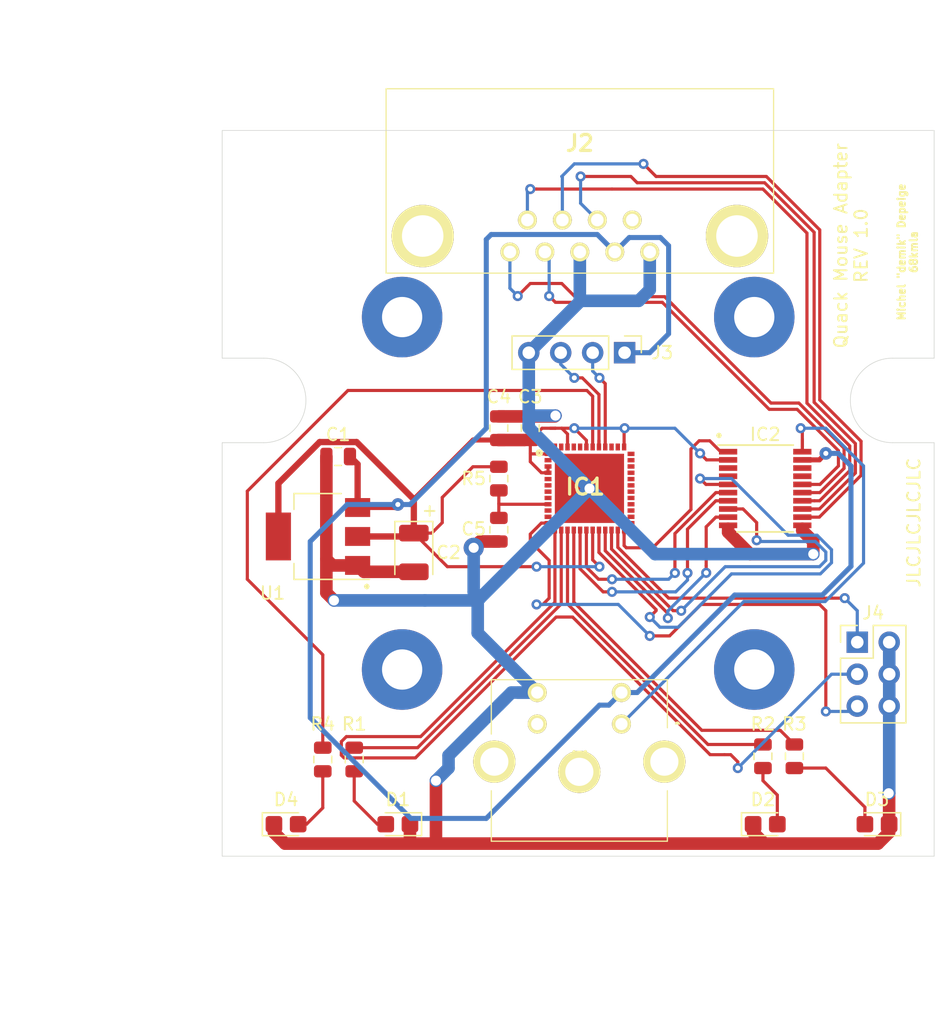
<source format=kicad_pcb>
(kicad_pcb (version 20171130) (host pcbnew "(5.1.5-0-10_14)")

  (general
    (thickness 1.6)
    (drawings 20)
    (tracks 410)
    (zones 0)
    (modules 25)
    (nets 30)
  )

  (page A4)
  (title_block
    (title "Quack Mouse Adapter")
    (date 2020-09-14)
    (rev 1.0)
    (company Lostwave)
    (comment 1 https://68kmla.org)
    (comment 2 https://github.com/demik/quack/tree/master/EDA)
  )

  (layers
    (0 F.Cu signal)
    (31 B.Cu signal)
    (33 F.Adhes user)
    (35 F.Paste user)
    (37 F.SilkS user)
    (38 B.Mask user)
    (39 F.Mask user)
    (40 Dwgs.User user)
    (41 Cmts.User user)
    (42 Eco1.User user)
    (43 Eco2.User user)
    (44 Edge.Cuts user)
    (45 Margin user)
    (46 B.CrtYd user)
    (47 F.CrtYd user)
    (49 F.Fab user)
  )

  (setup
    (last_trace_width 0.25)
    (trace_clearance 0.2)
    (zone_clearance 0.508)
    (zone_45_only no)
    (trace_min 0.2)
    (via_size 0.8)
    (via_drill 0.4)
    (via_min_size 0.4)
    (via_min_drill 0.3)
    (uvia_size 0.3)
    (uvia_drill 0.1)
    (uvias_allowed no)
    (uvia_min_size 0.2)
    (uvia_min_drill 0.1)
    (edge_width 0.05)
    (segment_width 0.2)
    (pcb_text_width 0.3)
    (pcb_text_size 1.5 1.5)
    (mod_edge_width 0.12)
    (mod_text_size 1 1)
    (mod_text_width 0.15)
    (pad_size 6.4 6.4)
    (pad_drill 3.2)
    (pad_to_mask_clearance 0.051)
    (solder_mask_min_width 0.25)
    (aux_axis_origin 0 0)
    (visible_elements FFFFFF7F)
    (pcbplotparams
      (layerselection 0x010fc_ffffffff)
      (usegerberextensions false)
      (usegerberattributes false)
      (usegerberadvancedattributes false)
      (creategerberjobfile false)
      (excludeedgelayer true)
      (linewidth 0.100000)
      (plotframeref false)
      (viasonmask false)
      (mode 1)
      (useauxorigin false)
      (hpglpennumber 1)
      (hpglpenspeed 20)
      (hpglpendiameter 15.000000)
      (psnegative false)
      (psa4output false)
      (plotreference true)
      (plotvalue true)
      (plotinvisibletext false)
      (padsonsilk false)
      (subtractmaskfromsilk false)
      (outputformat 1)
      (mirror false)
      (drillshape 1)
      (scaleselection 1)
      (outputdirectory ""))
  )

  (net 0 "")
  (net 1 GND)
  (net 2 +5V)
  (net 3 "Net-(IC2-Pad20)")
  (net 4 +3V3)
  (net 5 "Net-(D1-Pad2)")
  (net 6 "Net-(D2-Pad2)")
  (net 7 "Net-(D3-Pad2)")
  (net 8 "Net-(D4-Pad2)")
  (net 9 "Net-(IC1-Pad14)")
  (net 10 "Net-(IC1-Pad15)")
  (net 11 "Net-(IC1-Pad16)")
  (net 12 "Net-(IC1-Pad42)")
  (net 13 U0RXD)
  (net 14 U0TXD)
  (net 15 /quack_connectors/QY2_5V)
  (net 16 /quack_connectors/CLICK_5V)
  (net 17 /quack_connectors/QY1_5V)
  (net 18 /quack_connectors/QX1_5V)
  (net 19 /quack_connectors/QX2_5V)
  (net 20 FLASH)
  (net 21 QY1_3V)
  (net 22 QX1_3V)
  (net 23 QX2_3V)
  (net 24 QY2_3V)
  (net 25 CLICK_3V)
  (net 26 ADB)
  (net 27 "Net-(C5-Pad1)")
  (net 28 ADBSRC)
  (net 29 BTOFF)

  (net_class Default "Ceci est la Netclass par défaut."
    (clearance 0.2)
    (trace_width 0.25)
    (via_dia 0.8)
    (via_drill 0.4)
    (uvia_dia 0.3)
    (uvia_drill 0.1)
    (add_net +3V3)
    (add_net /quack_connectors/CLICK_5V)
    (add_net /quack_connectors/QX1_5V)
    (add_net /quack_connectors/QX2_5V)
    (add_net /quack_connectors/QY1_5V)
    (add_net /quack_connectors/QY2_5V)
    (add_net ADB)
    (add_net ADBSRC)
    (add_net BTOFF)
    (add_net CLICK_3V)
    (add_net FLASH)
    (add_net "Net-(C5-Pad1)")
    (add_net "Net-(D1-Pad2)")
    (add_net "Net-(D2-Pad2)")
    (add_net "Net-(D3-Pad2)")
    (add_net "Net-(D4-Pad2)")
    (add_net "Net-(IC1-Pad14)")
    (add_net "Net-(IC1-Pad15)")
    (add_net "Net-(IC1-Pad16)")
    (add_net "Net-(IC1-Pad42)")
    (add_net "Net-(IC2-Pad20)")
    (add_net QX1_3V)
    (add_net QX2_3V)
    (add_net QY1_3V)
    (add_net QY2_3V)
    (add_net U0RXD)
    (add_net U0TXD)
  )

  (net_class +V ""
    (clearance 0.2)
    (trace_width 0.4)
    (via_dia 1)
    (via_drill 0.4)
    (uvia_dia 0.3)
    (uvia_drill 0.1)
    (add_net +5V)
  )

  (net_class GND ""
    (clearance 0.2)
    (trace_width 1)
    (via_dia 1.6)
    (via_drill 0.8)
    (uvia_dia 0.3)
    (uvia_drill 0.1)
    (add_net GND)
  )

  (module MountingHole:MountingHole_3.2mm_M3_Pad (layer F.Cu) (tedit 56D1B4CB) (tstamp 5F5EB674)
    (at 169.31 84.17)
    (descr "Mounting Hole 3.2mm, M3")
    (tags "mounting hole 3.2mm m3")
    (attr virtual)
    (fp_text reference REF** (at 0 -4.2) (layer F.SilkS) hide
      (effects (font (size 1 1) (thickness 0.15)))
    )
    (fp_text value MountingHole_3.2mm_M3_Pad (at 0 4.2) (layer F.Fab) hide
      (effects (font (size 1 1) (thickness 0.15)))
    )
    (fp_circle (center 0 0) (end 3.45 0) (layer F.CrtYd) (width 0.05))
    (fp_circle (center 0 0) (end 3.2 0) (layer Cmts.User) (width 0.15))
    (fp_text user %R (at 0.3 0) (layer F.Fab)
      (effects (font (size 1 1) (thickness 0.15)))
    )
    (pad 1 thru_hole circle (at 0 0) (size 6.4 6.4) (drill 3.2) (layers *.Cu *.Mask))
  )

  (module MountingHole:MountingHole_3.2mm_M3_Pad (layer F.Cu) (tedit 56D1B4CB) (tstamp 5F5EB620)
    (at 141.31 84.17)
    (descr "Mounting Hole 3.2mm, M3")
    (tags "mounting hole 3.2mm m3")
    (attr virtual)
    (fp_text reference REF** (at 0 -4.2) (layer F.SilkS) hide
      (effects (font (size 1 1) (thickness 0.15)))
    )
    (fp_text value MountingHole_3.2mm_M3_Pad (at 0 4.2) (layer F.Fab) hide
      (effects (font (size 1 1) (thickness 0.15)))
    )
    (fp_circle (center 0 0) (end 3.45 0) (layer F.CrtYd) (width 0.05))
    (fp_circle (center 0 0) (end 3.2 0) (layer Cmts.User) (width 0.15))
    (fp_text user %R (at 0.3 0) (layer F.Fab)
      (effects (font (size 1 1) (thickness 0.15)))
    )
    (pad 1 thru_hole circle (at 0 0) (size 6.4 6.4) (drill 3.2) (layers *.Cu *.Mask))
  )

  (module MountingHole:MountingHole_3.2mm_M3_Pad (layer F.Cu) (tedit 56D1B4CB) (tstamp 5F5EB58C)
    (at 169.31 112.17)
    (descr "Mounting Hole 3.2mm, M3")
    (tags "mounting hole 3.2mm m3")
    (attr virtual)
    (fp_text reference REF** (at 0 -4.2) (layer F.SilkS) hide
      (effects (font (size 1 1) (thickness 0.15)))
    )
    (fp_text value MountingHole_3.2mm_M3_Pad (at 0 4.2) (layer F.Fab) hide
      (effects (font (size 1 1) (thickness 0.15)))
    )
    (fp_circle (center 0 0) (end 3.45 0) (layer F.CrtYd) (width 0.05))
    (fp_circle (center 0 0) (end 3.2 0) (layer Cmts.User) (width 0.15))
    (fp_text user %R (at 0.3 0) (layer F.Fab)
      (effects (font (size 1 1) (thickness 0.15)))
    )
    (pad 1 thru_hole circle (at 0 0) (size 6.4 6.4) (drill 3.2) (layers *.Cu *.Mask))
  )

  (module MountingHole:MountingHole_3.2mm_M3_Pad (layer F.Cu) (tedit 56D1B4CB) (tstamp 5F5EB4F6)
    (at 141.31 112.17)
    (descr "Mounting Hole 3.2mm, M3")
    (tags "mounting hole 3.2mm m3")
    (attr virtual)
    (fp_text reference REF** (at 0 -4.2) (layer F.SilkS) hide
      (effects (font (size 1 1) (thickness 0.15)))
    )
    (fp_text value MountingHole_3.2mm_M3_Pad (at 0 4.2) (layer F.Fab) hide
      (effects (font (size 1 1) (thickness 0.15)))
    )
    (fp_circle (center 0 0) (end 3.45 0) (layer F.CrtYd) (width 0.05))
    (fp_circle (center 0 0) (end 3.2 0) (layer Cmts.User) (width 0.15))
    (fp_text user %R (at 0.3 0) (layer F.Fab)
      (effects (font (size 1 1) (thickness 0.15)))
    )
    (pad 1 thru_hole circle (at 0 0) (size 6.4 6.4) (drill 3.2) (layers *.Cu *.Mask))
  )

  (module ESP32-PICO-D4:ESP32-PICO-D4_1 (layer F.Cu) (tedit 5F5E529E) (tstamp 5F5EBCE9)
    (at 156.21 97.79)
    (descr ESP32-PICO-D4_1)
    (tags "Integrated Circuit")
    (path /5F5E5479)
    (attr smd)
    (fp_text reference IC1 (at -0.341 -0.132) (layer F.SilkS)
      (effects (font (size 1.27 1.27) (thickness 0.254)))
    )
    (fp_text value ESP32-PICO-D4 (at -0.341 -0.132) (layer F.SilkS) hide
      (effects (font (size 1.27 1.27) (thickness 0.254)))
    )
    (fp_circle (center -3.991 -2.825) (end -4.02812 -2.825) (layer F.SilkS) (width 0.254))
    (fp_line (start -3.5 3.5) (end -3.5 -3.5) (layer Dwgs.User) (width 0.2))
    (fp_line (start 3.5 3.5) (end -3.5 3.5) (layer Dwgs.User) (width 0.2))
    (fp_line (start 3.5 -3.5) (end 3.5 3.5) (layer Dwgs.User) (width 0.2))
    (fp_line (start -3.5 -3.5) (end 3.5 -3.5) (layer Dwgs.User) (width 0.2))
    (pad 49 smd rect (at -0.006 -0.013 90) (size 5.5 5.5) (layers F.Cu F.Paste F.Mask)
      (net 1 GND))
    (pad 48 smd rect (at -2.75 -3.3) (size 0.35 0.55) (layers F.Cu F.Paste F.Mask))
    (pad 47 smd rect (at -2.25 -3.3) (size 0.35 0.55) (layers F.Cu F.Paste F.Mask))
    (pad 46 smd rect (at -1.75 -3.3) (size 0.35 0.55) (layers F.Cu F.Paste F.Mask)
      (net 4 +3V3))
    (pad 45 smd rect (at -1.25 -3.3) (size 0.35 0.55) (layers F.Cu F.Paste F.Mask))
    (pad 44 smd rect (at -0.75 -3.3) (size 0.35 0.55) (layers F.Cu F.Paste F.Mask))
    (pad 43 smd rect (at -0.25 -3.3) (size 0.35 0.55) (layers F.Cu F.Paste F.Mask)
      (net 4 +3V3))
    (pad 42 smd rect (at 0.25 -3.3) (size 0.35 0.55) (layers F.Cu F.Paste F.Mask)
      (net 12 "Net-(IC1-Pad42)"))
    (pad 41 smd rect (at 0.75 -3.3) (size 0.35 0.55) (layers F.Cu F.Paste F.Mask)
      (net 14 U0TXD))
    (pad 40 smd rect (at 1.25 -3.3) (size 0.35 0.55) (layers F.Cu F.Paste F.Mask)
      (net 13 U0RXD))
    (pad 39 smd rect (at 1.75 -3.3) (size 0.35 0.55) (layers F.Cu F.Paste F.Mask))
    (pad 38 smd rect (at 2.25 -3.3) (size 0.35 0.55) (layers F.Cu F.Paste F.Mask))
    (pad 37 smd rect (at 2.75 -3.3) (size 0.35 0.55) (layers F.Cu F.Paste F.Mask)
      (net 4 +3V3))
    (pad 36 smd rect (at 3.3 -2.75 90) (size 0.35 0.55) (layers F.Cu F.Paste F.Mask))
    (pad 35 smd rect (at 3.3 -2.25 90) (size 0.35 0.55) (layers F.Cu F.Paste F.Mask))
    (pad 34 smd rect (at 3.3 -1.75 90) (size 0.35 0.55) (layers F.Cu F.Paste F.Mask))
    (pad 33 smd rect (at 3.3 -1.25 90) (size 0.35 0.55) (layers F.Cu F.Paste F.Mask))
    (pad 32 smd rect (at 3.3 -0.75 90) (size 0.35 0.55) (layers F.Cu F.Paste F.Mask))
    (pad 31 smd rect (at 3.3 -0.25 90) (size 0.35 0.55) (layers F.Cu F.Paste F.Mask))
    (pad 30 smd rect (at 3.3 0.25 90) (size 0.35 0.55) (layers F.Cu F.Paste F.Mask))
    (pad 29 smd rect (at 3.3 0.75 90) (size 0.35 0.55) (layers F.Cu F.Paste F.Mask))
    (pad 28 smd rect (at 3.3 1.25 90) (size 0.35 0.55) (layers F.Cu F.Paste F.Mask))
    (pad 27 smd rect (at 3.3 1.75 90) (size 0.35 0.55) (layers F.Cu F.Paste F.Mask))
    (pad 26 smd rect (at 3.3 2.25 90) (size 0.35 0.55) (layers F.Cu F.Paste F.Mask))
    (pad 25 smd rect (at 3.3 2.75 90) (size 0.35 0.55) (layers F.Cu F.Paste F.Mask))
    (pad 24 smd rect (at 2.75 3.3) (size 0.35 0.55) (layers F.Cu F.Paste F.Mask)
      (net 26 ADB))
    (pad 23 smd rect (at 2.25 3.3) (size 0.35 0.55) (layers F.Cu F.Paste F.Mask)
      (net 20 FLASH))
    (pad 22 smd rect (at 1.75 3.3) (size 0.35 0.55) (layers F.Cu F.Paste F.Mask)
      (net 25 CLICK_3V))
    (pad 21 smd rect (at 1.25 3.3) (size 0.35 0.55) (layers F.Cu F.Paste F.Mask)
      (net 24 QY2_3V))
    (pad 20 smd rect (at 0.75 3.3) (size 0.35 0.55) (layers F.Cu F.Paste F.Mask)
      (net 23 QX2_3V))
    (pad 19 smd rect (at 0.25 3.3) (size 0.35 0.55) (layers F.Cu F.Paste F.Mask)
      (net 4 +3V3))
    (pad 18 smd rect (at -0.25 3.3) (size 0.35 0.55) (layers F.Cu F.Paste F.Mask)
      (net 22 QX1_3V))
    (pad 17 smd rect (at -0.75 3.3) (size 0.35 0.55) (layers F.Cu F.Paste F.Mask)
      (net 21 QY1_3V))
    (pad 16 smd rect (at -1.25 3.3) (size 0.35 0.55) (layers F.Cu F.Paste F.Mask)
      (net 11 "Net-(IC1-Pad16)"))
    (pad 15 smd rect (at -1.75 3.3) (size 0.35 0.55) (layers F.Cu F.Paste F.Mask)
      (net 10 "Net-(IC1-Pad15)"))
    (pad 14 smd rect (at -2.25 3.3) (size 0.35 0.55) (layers F.Cu F.Paste F.Mask)
      (net 9 "Net-(IC1-Pad14)"))
    (pad 13 smd rect (at -2.75 3.3) (size 0.35 0.55) (layers F.Cu F.Paste F.Mask)
      (net 29 BTOFF))
    (pad 12 smd rect (at -3.3 2.75 90) (size 0.35 0.55) (layers F.Cu F.Paste F.Mask)
      (net 28 ADBSRC))
    (pad 11 smd rect (at -3.3 2.25 90) (size 0.35 0.55) (layers F.Cu F.Paste F.Mask))
    (pad 10 smd rect (at -3.3 1.75 90) (size 0.35 0.55) (layers F.Cu F.Paste F.Mask))
    (pad 9 smd rect (at -3.3 1.25 90) (size 0.35 0.55) (layers F.Cu F.Paste F.Mask)
      (net 27 "Net-(C5-Pad1)"))
    (pad 8 smd rect (at -3.3 0.75 90) (size 0.35 0.55) (layers F.Cu F.Paste F.Mask))
    (pad 7 smd rect (at -3.3 0.25 90) (size 0.35 0.55) (layers F.Cu F.Paste F.Mask))
    (pad 6 smd rect (at -3.3 -0.25 90) (size 0.35 0.55) (layers F.Cu F.Paste F.Mask))
    (pad 5 smd rect (at -3.3 -0.75 90) (size 0.35 0.55) (layers F.Cu F.Paste F.Mask))
    (pad 4 smd rect (at -3.3 -1.25 90) (size 0.35 0.55) (layers F.Cu F.Paste F.Mask)
      (net 4 +3V3))
    (pad 3 smd rect (at -3.3 -1.75 90) (size 0.35 0.55) (layers F.Cu F.Paste F.Mask)
      (net 4 +3V3))
    (pad 2 smd rect (at -3.3 -2.25 90) (size 0.35 0.55) (layers F.Cu F.Paste F.Mask))
    (pad 1 smd rect (at -3.3 -2.75 90) (size 0.35 0.55) (layers F.Cu F.Paste F.Mask)
      (net 4 +3V3))
  )

  (module Package_SO:TSSOP-20_4.4x6.5mm_P0.65mm (layer F.Cu) (tedit 5A02F25C) (tstamp 5F5EBD0D)
    (at 170.18 97.79)
    (descr "20-Lead Plastic Thin Shrink Small Outline (ST)-4.4 mm Body [TSSOP] (see Microchip Packaging Specification 00000049BS.pdf)")
    (tags "SSOP 0.65")
    (path /5F5EA845/5F5EC2ED)
    (attr smd)
    (fp_text reference IC2 (at 0 -4.3) (layer F.SilkS)
      (effects (font (size 1 1) (thickness 0.15)))
    )
    (fp_text value TXB0108PWR (at 0 4.3) (layer F.Fab)
      (effects (font (size 1 1) (thickness 0.15)))
    )
    (fp_text user %R (at 0 0) (layer F.Fab)
      (effects (font (size 0.8 0.8) (thickness 0.15)))
    )
    (fp_line (start -3.75 -3.45) (end 2.225 -3.45) (layer F.SilkS) (width 0.15))
    (fp_line (start -2.225 3.45) (end 2.225 3.45) (layer F.SilkS) (width 0.15))
    (fp_line (start -3.95 3.55) (end 3.95 3.55) (layer F.CrtYd) (width 0.05))
    (fp_line (start -3.95 -3.55) (end 3.95 -3.55) (layer F.CrtYd) (width 0.05))
    (fp_line (start 3.95 -3.55) (end 3.95 3.55) (layer F.CrtYd) (width 0.05))
    (fp_line (start -3.95 -3.55) (end -3.95 3.55) (layer F.CrtYd) (width 0.05))
    (fp_line (start -2.2 -2.25) (end -1.2 -3.25) (layer F.Fab) (width 0.15))
    (fp_line (start -2.2 3.25) (end -2.2 -2.25) (layer F.Fab) (width 0.15))
    (fp_line (start 2.2 3.25) (end -2.2 3.25) (layer F.Fab) (width 0.15))
    (fp_line (start 2.2 -3.25) (end 2.2 3.25) (layer F.Fab) (width 0.15))
    (fp_line (start -1.2 -3.25) (end 2.2 -3.25) (layer F.Fab) (width 0.15))
    (pad 20 smd rect (at 2.95 -2.925) (size 1.45 0.45) (layers F.Cu F.Paste F.Mask)
      (net 3 "Net-(IC2-Pad20)"))
    (pad 19 smd rect (at 2.95 -2.275) (size 1.45 0.45) (layers F.Cu F.Paste F.Mask)
      (net 2 +5V))
    (pad 18 smd rect (at 2.95 -1.625) (size 1.45 0.45) (layers F.Cu F.Paste F.Mask))
    (pad 17 smd rect (at 2.95 -0.975) (size 1.45 0.45) (layers F.Cu F.Paste F.Mask))
    (pad 16 smd rect (at 2.95 -0.325) (size 1.45 0.45) (layers F.Cu F.Paste F.Mask)
      (net 19 /quack_connectors/QX2_5V))
    (pad 15 smd rect (at 2.95 0.325) (size 1.45 0.45) (layers F.Cu F.Paste F.Mask)
      (net 18 /quack_connectors/QX1_5V))
    (pad 14 smd rect (at 2.95 0.975) (size 1.45 0.45) (layers F.Cu F.Paste F.Mask)
      (net 17 /quack_connectors/QY1_5V))
    (pad 13 smd rect (at 2.95 1.625) (size 1.45 0.45) (layers F.Cu F.Paste F.Mask)
      (net 16 /quack_connectors/CLICK_5V))
    (pad 12 smd rect (at 2.95 2.275) (size 1.45 0.45) (layers F.Cu F.Paste F.Mask)
      (net 15 /quack_connectors/QY2_5V))
    (pad 11 smd rect (at 2.95 2.925) (size 1.45 0.45) (layers F.Cu F.Paste F.Mask)
      (net 1 GND))
    (pad 10 smd rect (at -2.95 2.925) (size 1.45 0.45) (layers F.Cu F.Paste F.Mask)
      (net 1 GND))
    (pad 9 smd rect (at -2.95 2.275) (size 1.45 0.45) (layers F.Cu F.Paste F.Mask)
      (net 24 QY2_3V))
    (pad 8 smd rect (at -2.95 1.625) (size 1.45 0.45) (layers F.Cu F.Paste F.Mask)
      (net 25 CLICK_3V))
    (pad 7 smd rect (at -2.95 0.975) (size 1.45 0.45) (layers F.Cu F.Paste F.Mask)
      (net 21 QY1_3V))
    (pad 6 smd rect (at -2.95 0.325) (size 1.45 0.45) (layers F.Cu F.Paste F.Mask)
      (net 22 QX1_3V))
    (pad 5 smd rect (at -2.95 -0.325) (size 1.45 0.45) (layers F.Cu F.Paste F.Mask)
      (net 23 QX2_3V))
    (pad 4 smd rect (at -2.95 -0.975) (size 1.45 0.45) (layers F.Cu F.Paste F.Mask))
    (pad 3 smd rect (at -2.95 -1.625) (size 1.45 0.45) (layers F.Cu F.Paste F.Mask))
    (pad 2 smd rect (at -2.95 -2.275) (size 1.45 0.45) (layers F.Cu F.Paste F.Mask)
      (net 4 +3V3))
    (pad 1 smd rect (at -2.95 -2.925) (size 1.45 0.45) (layers F.Cu F.Paste F.Mask)
      (net 26 ADB))
    (model ${KISYS3DMOD}/Package_SO.3dshapes/TSSOP-20_4.4x6.5mm_P0.65mm.wrl
      (at (xyz 0 0 0))
      (scale (xyz 1 1 1))
      (rotate (xyz 0 0 0))
    )
  )

  (module Quack_MDIN4:57491811 (layer F.Cu) (tedit 5F5E633E) (tstamp 5F5EBD2A)
    (at 158.75 116.5)
    (descr 5749181-1-2)
    (tags Connector)
    (path /5F5EA845/5F5EB6CA)
    (fp_text reference J1 (at -3.35 2.895) (layer F.SilkS)
      (effects (font (size 1.27 1.27) (thickness 0.254)))
    )
    (fp_text value DIN-4 (at -3.35 2.895) (layer F.SilkS) hide
      (effects (font (size 1.27 1.27) (thickness 0.254)))
    )
    (fp_arc (start 4.45 0) (end 4.6 0) (angle -180) (layer F.SilkS) (width 0.1))
    (fp_arc (start 4.45 0) (end 4.5 0) (angle -180) (layer F.SilkS) (width 0.1))
    (fp_line (start 4.6 0) (end 4.6 0) (layer F.SilkS) (width 0.1))
    (fp_line (start 4.5 0) (end 4.5 0) (layer F.SilkS) (width 0.1))
    (fp_line (start 3.65 -3.52) (end 3.65 0.3) (layer F.SilkS) (width 0.1))
    (fp_line (start -10.35 -3.52) (end 3.65 -3.52) (layer F.SilkS) (width 0.1))
    (fp_line (start -10.35 0.8) (end -10.35 -3.52) (layer F.SilkS) (width 0.1))
    (fp_line (start 3.65 9.31) (end 3.65 5.3) (layer F.SilkS) (width 0.1))
    (fp_line (start -10.35 9.31) (end 3.65 9.31) (layer F.SilkS) (width 0.1))
    (fp_line (start -10.35 5.3) (end -10.35 9.31) (layer F.SilkS) (width 0.1))
    (fp_line (start -12.788 -4.52) (end -12.788 10.31) (layer Dwgs.User) (width 0.1))
    (fp_line (start 6.088 -4.52) (end -12.788 -4.52) (layer Dwgs.User) (width 0.1))
    (fp_line (start 6.088 10.31) (end 6.088 -4.52) (layer Dwgs.User) (width 0.1))
    (fp_line (start -12.788 10.31) (end 6.088 10.31) (layer Dwgs.User) (width 0.1))
    (fp_line (start -10.35 -3.52) (end -10.35 9.31) (layer Dwgs.User) (width 0.2))
    (fp_line (start 3.65 -3.52) (end -10.35 -3.52) (layer Dwgs.User) (width 0.2))
    (fp_line (start 3.65 9.31) (end 3.65 -3.52) (layer Dwgs.User) (width 0.2))
    (fp_line (start -10.35 9.31) (end 3.65 9.31) (layer Dwgs.User) (width 0.2))
    (pad MH3 thru_hole circle (at 3.41 2.99 90) (size 3.356 3.356) (drill 2.237) (layers *.Cu *.Mask F.SilkS))
    (pad MH2 thru_hole circle (at -10.11 2.99 90) (size 3.356 3.356) (drill 2.237) (layers *.Cu *.Mask F.SilkS))
    (pad MH1 thru_hole circle (at -3.35 3.8 90) (size 3.356 3.356) (drill 2.237) (layers *.Cu *.Mask F.SilkS))
    (pad 4 thru_hole circle (at -6.7 -2.5 90) (size 1.509 1.509) (drill 0.97) (layers *.Cu *.Mask F.SilkS)
      (net 1 GND))
    (pad 3 thru_hole circle (at 0 -2.5 90) (size 1.509 1.509) (drill 0.97) (layers *.Cu *.Mask F.SilkS)
      (net 2 +5V))
    (pad 2 thru_hole circle (at -6.7 0 90) (size 1.509 1.509) (drill 0.97) (layers *.Cu *.Mask F.SilkS))
    (pad 1 thru_hole circle (at 0 0 90) (size 1.509 1.509) (drill 0.97) (layers *.Cu *.Mask F.SilkS)
      (net 3 "Net-(IC2-Pad20)"))
  )

  (module Capacitor_SMD:C_0805_2012Metric (layer F.Cu) (tedit 5B36C52B) (tstamp 5F5EC470)
    (at 136.2225 95.25 180)
    (descr "Capacitor SMD 0805 (2012 Metric), square (rectangular) end terminal, IPC_7351 nominal, (Body size source: https://docs.google.com/spreadsheets/d/1BsfQQcO9C6DZCsRaXUlFlo91Tg2WpOkGARC1WS5S8t0/edit?usp=sharing), generated with kicad-footprint-generator")
    (tags capacitor)
    (path /5F60FDC9)
    (attr smd)
    (fp_text reference C1 (at 0 1.75) (layer F.SilkS)
      (effects (font (size 1 1) (thickness 0.15)))
    )
    (fp_text value 10uF (at 0 1.65) (layer F.Fab)
      (effects (font (size 1 1) (thickness 0.15)))
    )
    (fp_text user %R (at 0 0) (layer F.Fab)
      (effects (font (size 0.5 0.5) (thickness 0.08)))
    )
    (fp_line (start 1.68 0.95) (end -1.68 0.95) (layer F.CrtYd) (width 0.05))
    (fp_line (start 1.68 -0.95) (end 1.68 0.95) (layer F.CrtYd) (width 0.05))
    (fp_line (start -1.68 -0.95) (end 1.68 -0.95) (layer F.CrtYd) (width 0.05))
    (fp_line (start -1.68 0.95) (end -1.68 -0.95) (layer F.CrtYd) (width 0.05))
    (fp_line (start -0.258578 0.71) (end 0.258578 0.71) (layer F.SilkS) (width 0.12))
    (fp_line (start -0.258578 -0.71) (end 0.258578 -0.71) (layer F.SilkS) (width 0.12))
    (fp_line (start 1 0.6) (end -1 0.6) (layer F.Fab) (width 0.1))
    (fp_line (start 1 -0.6) (end 1 0.6) (layer F.Fab) (width 0.1))
    (fp_line (start -1 -0.6) (end 1 -0.6) (layer F.Fab) (width 0.1))
    (fp_line (start -1 0.6) (end -1 -0.6) (layer F.Fab) (width 0.1))
    (pad 2 smd roundrect (at 0.9375 0 180) (size 0.975 1.4) (layers F.Cu F.Paste F.Mask) (roundrect_rratio 0.25)
      (net 1 GND))
    (pad 1 smd roundrect (at -0.9375 0 180) (size 0.975 1.4) (layers F.Cu F.Paste F.Mask) (roundrect_rratio 0.25)
      (net 2 +5V))
    (model ${KISYS3DMOD}/Capacitor_SMD.3dshapes/C_0805_2012Metric.wrl
      (at (xyz 0 0 0))
      (scale (xyz 1 1 1))
      (rotate (xyz 0 0 0))
    )
  )

  (module Capacitor_Tantalum_SMD:CP_EIA-3528-12_Kemet-T (layer F.Cu) (tedit 5B342532) (tstamp 5F5EC5E8)
    (at 142.24 102.87 270)
    (descr "Tantalum Capacitor SMD Kemet-T (3528-12 Metric), IPC_7351 nominal, (Body size from: http://www.kemet.com/Lists/ProductCatalog/Attachments/253/KEM_TC101_STD.pdf), generated with kicad-footprint-generator")
    (tags "capacitor tantalum")
    (path /5F6139D7)
    (attr smd)
    (fp_text reference C2 (at 0 -2.76 180) (layer F.SilkS)
      (effects (font (size 1 1) (thickness 0.15)))
    )
    (fp_text value 100uF (at 0 2.35 90) (layer F.Fab)
      (effects (font (size 1 1) (thickness 0.15)))
    )
    (fp_text user %R (at 0 0 90) (layer F.Fab)
      (effects (font (size 0.88 0.88) (thickness 0.13)))
    )
    (fp_line (start 2.45 1.65) (end -2.45 1.65) (layer F.CrtYd) (width 0.05))
    (fp_line (start 2.45 -1.65) (end 2.45 1.65) (layer F.CrtYd) (width 0.05))
    (fp_line (start -2.45 -1.65) (end 2.45 -1.65) (layer F.CrtYd) (width 0.05))
    (fp_line (start -2.45 1.65) (end -2.45 -1.65) (layer F.CrtYd) (width 0.05))
    (fp_line (start -2.46 1.51) (end 1.75 1.51) (layer F.SilkS) (width 0.12))
    (fp_line (start -2.46 -1.51) (end -2.46 1.51) (layer F.SilkS) (width 0.12))
    (fp_line (start 1.75 -1.51) (end -2.46 -1.51) (layer F.SilkS) (width 0.12))
    (fp_line (start 1.75 1.4) (end 1.75 -1.4) (layer F.Fab) (width 0.1))
    (fp_line (start -1.75 1.4) (end 1.75 1.4) (layer F.Fab) (width 0.1))
    (fp_line (start -1.75 -0.7) (end -1.75 1.4) (layer F.Fab) (width 0.1))
    (fp_line (start -1.05 -1.4) (end -1.75 -0.7) (layer F.Fab) (width 0.1))
    (fp_line (start 1.75 -1.4) (end -1.05 -1.4) (layer F.Fab) (width 0.1))
    (pad 2 smd roundrect (at 1.5375 0 270) (size 1.325 2.35) (layers F.Cu F.Paste F.Mask) (roundrect_rratio 0.188679)
      (net 1 GND))
    (pad 1 smd roundrect (at -1.5375 0 270) (size 1.325 2.35) (layers F.Cu F.Paste F.Mask) (roundrect_rratio 0.188679)
      (net 4 +3V3))
    (model ${KISYS3DMOD}/Capacitor_Tantalum_SMD.3dshapes/CP_EIA-3528-12_Kemet-T.wrl
      (at (xyz 0 0 0))
      (scale (xyz 1 1 1))
      (rotate (xyz 0 0 0))
    )
  )

  (module Package_TO_SOT_SMD:SOT-223-3_TabPin2 (layer F.Cu) (tedit 5A02FF57) (tstamp 5F5EC4DB)
    (at 134.62 101.6 180)
    (descr "module CMS SOT223 4 pins")
    (tags "CMS SOT")
    (path /5F607118)
    (attr smd)
    (fp_text reference U1 (at 3.62 -4.5) (layer F.SilkS)
      (effects (font (size 1 1) (thickness 0.15)))
    )
    (fp_text value AMS1117-3.3 (at 0 4.5) (layer F.Fab)
      (effects (font (size 1 1) (thickness 0.15)))
    )
    (fp_line (start 1.85 -3.35) (end 1.85 3.35) (layer F.Fab) (width 0.1))
    (fp_line (start -1.85 3.35) (end 1.85 3.35) (layer F.Fab) (width 0.1))
    (fp_line (start -4.1 -3.41) (end 1.91 -3.41) (layer F.SilkS) (width 0.12))
    (fp_line (start -0.85 -3.35) (end 1.85 -3.35) (layer F.Fab) (width 0.1))
    (fp_line (start -1.85 3.41) (end 1.91 3.41) (layer F.SilkS) (width 0.12))
    (fp_line (start -1.85 -2.35) (end -1.85 3.35) (layer F.Fab) (width 0.1))
    (fp_line (start -1.85 -2.35) (end -0.85 -3.35) (layer F.Fab) (width 0.1))
    (fp_line (start -4.4 -3.6) (end -4.4 3.6) (layer F.CrtYd) (width 0.05))
    (fp_line (start -4.4 3.6) (end 4.4 3.6) (layer F.CrtYd) (width 0.05))
    (fp_line (start 4.4 3.6) (end 4.4 -3.6) (layer F.CrtYd) (width 0.05))
    (fp_line (start 4.4 -3.6) (end -4.4 -3.6) (layer F.CrtYd) (width 0.05))
    (fp_line (start 1.91 -3.41) (end 1.91 -2.15) (layer F.SilkS) (width 0.12))
    (fp_line (start 1.91 3.41) (end 1.91 2.15) (layer F.SilkS) (width 0.12))
    (fp_text user %R (at 0 0 90) (layer F.Fab)
      (effects (font (size 0.8 0.8) (thickness 0.12)))
    )
    (pad 1 smd rect (at -3.15 -2.3 180) (size 2 1.5) (layers F.Cu F.Paste F.Mask)
      (net 1 GND))
    (pad 3 smd rect (at -3.15 2.3 180) (size 2 1.5) (layers F.Cu F.Paste F.Mask)
      (net 2 +5V))
    (pad 2 smd rect (at -3.15 0 180) (size 2 1.5) (layers F.Cu F.Paste F.Mask)
      (net 4 +3V3))
    (pad 2 smd rect (at 3.15 0 180) (size 2 3.8) (layers F.Cu F.Paste F.Mask)
      (net 4 +3V3))
    (model ${KISYS3DMOD}/Package_TO_SOT_SMD.3dshapes/SOT-223.wrl
      (at (xyz 0 0 0))
      (scale (xyz 1 1 1))
      (rotate (xyz 0 0 0))
    )
  )

  (module LED_SMD:LED_0805_2012Metric_Castellated (layer F.Cu) (tedit 5B36C52C) (tstamp 5F5ECBCF)
    (at 140.97 124.46 180)
    (descr "LED SMD 0805 (2012 Metric), castellated end terminal, IPC_7351 nominal, (Body size source: https://docs.google.com/spreadsheets/d/1BsfQQcO9C6DZCsRaXUlFlo91Tg2WpOkGARC1WS5S8t0/edit?usp=sharing), generated with kicad-footprint-generator")
    (tags "LED castellated")
    (path /5F6256F8)
    (attr smd)
    (fp_text reference D1 (at 0 1.96) (layer F.SilkS)
      (effects (font (size 1 1) (thickness 0.15)))
    )
    (fp_text value "BLUE LED" (at 0 -3.04) (layer F.Fab)
      (effects (font (size 1 1) (thickness 0.15)))
    )
    (fp_text user %R (at 0 0) (layer F.Fab)
      (effects (font (size 0.5 0.5) (thickness 0.08)))
    )
    (fp_line (start 1.88 0.9) (end -1.88 0.9) (layer F.CrtYd) (width 0.05))
    (fp_line (start 1.88 -0.9) (end 1.88 0.9) (layer F.CrtYd) (width 0.05))
    (fp_line (start -1.88 -0.9) (end 1.88 -0.9) (layer F.CrtYd) (width 0.05))
    (fp_line (start -1.88 0.9) (end -1.88 -0.9) (layer F.CrtYd) (width 0.05))
    (fp_line (start -1.885 0.91) (end 1 0.91) (layer F.SilkS) (width 0.12))
    (fp_line (start -1.885 -0.91) (end -1.885 0.91) (layer F.SilkS) (width 0.12))
    (fp_line (start 1 -0.91) (end -1.885 -0.91) (layer F.SilkS) (width 0.12))
    (fp_line (start 1 0.6) (end 1 -0.6) (layer F.Fab) (width 0.1))
    (fp_line (start -1 0.6) (end 1 0.6) (layer F.Fab) (width 0.1))
    (fp_line (start -1 -0.3) (end -1 0.6) (layer F.Fab) (width 0.1))
    (fp_line (start -0.7 -0.6) (end -1 -0.3) (layer F.Fab) (width 0.1))
    (fp_line (start 1 -0.6) (end -0.7 -0.6) (layer F.Fab) (width 0.1))
    (pad 2 smd roundrect (at 0.9625 0 180) (size 1.325 1.3) (layers F.Cu F.Paste F.Mask) (roundrect_rratio 0.192308)
      (net 5 "Net-(D1-Pad2)"))
    (pad 1 smd roundrect (at -0.9625 0 180) (size 1.325 1.3) (layers F.Cu F.Paste F.Mask) (roundrect_rratio 0.192308)
      (net 1 GND))
    (model ${KISYS3DMOD}/LED_SMD.3dshapes/LED_0805_2012Metric_Castellated.wrl
      (at (xyz 0 0 0))
      (scale (xyz 1 1 1))
      (rotate (xyz 0 0 0))
    )
  )

  (module LED_SMD:LED_0805_2012Metric_Castellated (layer F.Cu) (tedit 5B36C52C) (tstamp 5F5ECBE2)
    (at 170.18 124.46)
    (descr "LED SMD 0805 (2012 Metric), castellated end terminal, IPC_7351 nominal, (Body size source: https://docs.google.com/spreadsheets/d/1BsfQQcO9C6DZCsRaXUlFlo91Tg2WpOkGARC1WS5S8t0/edit?usp=sharing), generated with kicad-footprint-generator")
    (tags "LED castellated")
    (path /5F626D09)
    (attr smd)
    (fp_text reference D2 (at -0.18 -1.96) (layer F.SilkS)
      (effects (font (size 1 1) (thickness 0.15)))
    )
    (fp_text value "YELLOW LED" (at 0 3.04) (layer F.Fab)
      (effects (font (size 1 1) (thickness 0.15)))
    )
    (fp_text user %R (at 0 0) (layer F.Fab)
      (effects (font (size 0.5 0.5) (thickness 0.08)))
    )
    (fp_line (start 1.88 0.9) (end -1.88 0.9) (layer F.CrtYd) (width 0.05))
    (fp_line (start 1.88 -0.9) (end 1.88 0.9) (layer F.CrtYd) (width 0.05))
    (fp_line (start -1.88 -0.9) (end 1.88 -0.9) (layer F.CrtYd) (width 0.05))
    (fp_line (start -1.88 0.9) (end -1.88 -0.9) (layer F.CrtYd) (width 0.05))
    (fp_line (start -1.885 0.91) (end 1 0.91) (layer F.SilkS) (width 0.12))
    (fp_line (start -1.885 -0.91) (end -1.885 0.91) (layer F.SilkS) (width 0.12))
    (fp_line (start 1 -0.91) (end -1.885 -0.91) (layer F.SilkS) (width 0.12))
    (fp_line (start 1 0.6) (end 1 -0.6) (layer F.Fab) (width 0.1))
    (fp_line (start -1 0.6) (end 1 0.6) (layer F.Fab) (width 0.1))
    (fp_line (start -1 -0.3) (end -1 0.6) (layer F.Fab) (width 0.1))
    (fp_line (start -0.7 -0.6) (end -1 -0.3) (layer F.Fab) (width 0.1))
    (fp_line (start 1 -0.6) (end -0.7 -0.6) (layer F.Fab) (width 0.1))
    (pad 2 smd roundrect (at 0.9625 0) (size 1.325 1.3) (layers F.Cu F.Paste F.Mask) (roundrect_rratio 0.192308)
      (net 6 "Net-(D2-Pad2)"))
    (pad 1 smd roundrect (at -0.9625 0) (size 1.325 1.3) (layers F.Cu F.Paste F.Mask) (roundrect_rratio 0.192308)
      (net 1 GND))
    (model ${KISYS3DMOD}/LED_SMD.3dshapes/LED_0805_2012Metric_Castellated.wrl
      (at (xyz 0 0 0))
      (scale (xyz 1 1 1))
      (rotate (xyz 0 0 0))
    )
  )

  (module LED_SMD:LED_0805_2012Metric_Castellated (layer F.Cu) (tedit 5B36C52C) (tstamp 5F5ECBF5)
    (at 179.07 124.46 180)
    (descr "LED SMD 0805 (2012 Metric), castellated end terminal, IPC_7351 nominal, (Body size source: https://docs.google.com/spreadsheets/d/1BsfQQcO9C6DZCsRaXUlFlo91Tg2WpOkGARC1WS5S8t0/edit?usp=sharing), generated with kicad-footprint-generator")
    (tags "LED castellated")
    (path /5F62988B)
    (attr smd)
    (fp_text reference D3 (at 0 1.96) (layer F.SilkS)
      (effects (font (size 1 1) (thickness 0.15)))
    )
    (fp_text value "RED LED" (at 0 -3.04) (layer F.Fab)
      (effects (font (size 1 1) (thickness 0.15)))
    )
    (fp_text user %R (at 0 0) (layer F.Fab)
      (effects (font (size 0.5 0.5) (thickness 0.08)))
    )
    (fp_line (start 1.88 0.9) (end -1.88 0.9) (layer F.CrtYd) (width 0.05))
    (fp_line (start 1.88 -0.9) (end 1.88 0.9) (layer F.CrtYd) (width 0.05))
    (fp_line (start -1.88 -0.9) (end 1.88 -0.9) (layer F.CrtYd) (width 0.05))
    (fp_line (start -1.88 0.9) (end -1.88 -0.9) (layer F.CrtYd) (width 0.05))
    (fp_line (start -1.885 0.91) (end 1 0.91) (layer F.SilkS) (width 0.12))
    (fp_line (start -1.885 -0.91) (end -1.885 0.91) (layer F.SilkS) (width 0.12))
    (fp_line (start 1 -0.91) (end -1.885 -0.91) (layer F.SilkS) (width 0.12))
    (fp_line (start 1 0.6) (end 1 -0.6) (layer F.Fab) (width 0.1))
    (fp_line (start -1 0.6) (end 1 0.6) (layer F.Fab) (width 0.1))
    (fp_line (start -1 -0.3) (end -1 0.6) (layer F.Fab) (width 0.1))
    (fp_line (start -0.7 -0.6) (end -1 -0.3) (layer F.Fab) (width 0.1))
    (fp_line (start 1 -0.6) (end -0.7 -0.6) (layer F.Fab) (width 0.1))
    (pad 2 smd roundrect (at 0.9625 0 180) (size 1.325 1.3) (layers F.Cu F.Paste F.Mask) (roundrect_rratio 0.192308)
      (net 7 "Net-(D3-Pad2)"))
    (pad 1 smd roundrect (at -0.9625 0 180) (size 1.325 1.3) (layers F.Cu F.Paste F.Mask) (roundrect_rratio 0.192308)
      (net 1 GND))
    (model ${KISYS3DMOD}/LED_SMD.3dshapes/LED_0805_2012Metric_Castellated.wrl
      (at (xyz 0 0 0))
      (scale (xyz 1 1 1))
      (rotate (xyz 0 0 0))
    )
  )

  (module LED_SMD:LED_0805_2012Metric_Castellated (layer F.Cu) (tedit 5B36C52C) (tstamp 5F5ECC08)
    (at 132.08 124.46)
    (descr "LED SMD 0805 (2012 Metric), castellated end terminal, IPC_7351 nominal, (Body size source: https://docs.google.com/spreadsheets/d/1BsfQQcO9C6DZCsRaXUlFlo91Tg2WpOkGARC1WS5S8t0/edit?usp=sharing), generated with kicad-footprint-generator")
    (tags "LED castellated")
    (path /5F621DE4)
    (attr smd)
    (fp_text reference D4 (at 0 -1.96) (layer F.SilkS)
      (effects (font (size 1 1) (thickness 0.15)))
    )
    (fp_text value "GREEN LED" (at 0 3.04) (layer F.Fab)
      (effects (font (size 1 1) (thickness 0.15)))
    )
    (fp_text user %R (at 0 0) (layer F.Fab)
      (effects (font (size 0.5 0.5) (thickness 0.08)))
    )
    (fp_line (start 1.88 0.9) (end -1.88 0.9) (layer F.CrtYd) (width 0.05))
    (fp_line (start 1.88 -0.9) (end 1.88 0.9) (layer F.CrtYd) (width 0.05))
    (fp_line (start -1.88 -0.9) (end 1.88 -0.9) (layer F.CrtYd) (width 0.05))
    (fp_line (start -1.88 0.9) (end -1.88 -0.9) (layer F.CrtYd) (width 0.05))
    (fp_line (start -1.885 0.91) (end 1 0.91) (layer F.SilkS) (width 0.12))
    (fp_line (start -1.885 -0.91) (end -1.885 0.91) (layer F.SilkS) (width 0.12))
    (fp_line (start 1 -0.91) (end -1.885 -0.91) (layer F.SilkS) (width 0.12))
    (fp_line (start 1 0.6) (end 1 -0.6) (layer F.Fab) (width 0.1))
    (fp_line (start -1 0.6) (end 1 0.6) (layer F.Fab) (width 0.1))
    (fp_line (start -1 -0.3) (end -1 0.6) (layer F.Fab) (width 0.1))
    (fp_line (start -0.7 -0.6) (end -1 -0.3) (layer F.Fab) (width 0.1))
    (fp_line (start 1 -0.6) (end -0.7 -0.6) (layer F.Fab) (width 0.1))
    (pad 2 smd roundrect (at 0.9625 0) (size 1.325 1.3) (layers F.Cu F.Paste F.Mask) (roundrect_rratio 0.192308)
      (net 8 "Net-(D4-Pad2)"))
    (pad 1 smd roundrect (at -0.9625 0) (size 1.325 1.3) (layers F.Cu F.Paste F.Mask) (roundrect_rratio 0.192308)
      (net 1 GND))
    (model ${KISYS3DMOD}/LED_SMD.3dshapes/LED_0805_2012Metric_Castellated.wrl
      (at (xyz 0 0 0))
      (scale (xyz 1 1 1))
      (rotate (xyz 0 0 0))
    )
  )

  (module Resistor_SMD:R_0805_2012Metric (layer F.Cu) (tedit 5B36C52B) (tstamp 5F5ECC19)
    (at 137.5 119.3175 270)
    (descr "Resistor SMD 0805 (2012 Metric), square (rectangular) end terminal, IPC_7351 nominal, (Body size source: https://docs.google.com/spreadsheets/d/1BsfQQcO9C6DZCsRaXUlFlo91Tg2WpOkGARC1WS5S8t0/edit?usp=sharing), generated with kicad-footprint-generator")
    (tags resistor)
    (path /5F62B2A2)
    (attr smd)
    (fp_text reference R1 (at -2.8175 0 180) (layer F.SilkS)
      (effects (font (size 1 1) (thickness 0.15)))
    )
    (fp_text value 33 (at 0 1.65 90) (layer F.Fab)
      (effects (font (size 1 1) (thickness 0.15)))
    )
    (fp_text user %R (at 0 0 90) (layer F.Fab)
      (effects (font (size 0.5 0.5) (thickness 0.08)))
    )
    (fp_line (start 1.68 0.95) (end -1.68 0.95) (layer F.CrtYd) (width 0.05))
    (fp_line (start 1.68 -0.95) (end 1.68 0.95) (layer F.CrtYd) (width 0.05))
    (fp_line (start -1.68 -0.95) (end 1.68 -0.95) (layer F.CrtYd) (width 0.05))
    (fp_line (start -1.68 0.95) (end -1.68 -0.95) (layer F.CrtYd) (width 0.05))
    (fp_line (start -0.258578 0.71) (end 0.258578 0.71) (layer F.SilkS) (width 0.12))
    (fp_line (start -0.258578 -0.71) (end 0.258578 -0.71) (layer F.SilkS) (width 0.12))
    (fp_line (start 1 0.6) (end -1 0.6) (layer F.Fab) (width 0.1))
    (fp_line (start 1 -0.6) (end 1 0.6) (layer F.Fab) (width 0.1))
    (fp_line (start -1 -0.6) (end 1 -0.6) (layer F.Fab) (width 0.1))
    (fp_line (start -1 0.6) (end -1 -0.6) (layer F.Fab) (width 0.1))
    (pad 2 smd roundrect (at 0.9375 0 270) (size 0.975 1.4) (layers F.Cu F.Paste F.Mask) (roundrect_rratio 0.25)
      (net 5 "Net-(D1-Pad2)"))
    (pad 1 smd roundrect (at -0.9375 0 270) (size 0.975 1.4) (layers F.Cu F.Paste F.Mask) (roundrect_rratio 0.25)
      (net 9 "Net-(IC1-Pad14)"))
    (model ${KISYS3DMOD}/Resistor_SMD.3dshapes/R_0805_2012Metric.wrl
      (at (xyz 0 0 0))
      (scale (xyz 1 1 1))
      (rotate (xyz 0 0 0))
    )
  )

  (module Resistor_SMD:R_0805_2012Metric (layer F.Cu) (tedit 5B36C52B) (tstamp 5F5ECC2A)
    (at 170 119.0625 270)
    (descr "Resistor SMD 0805 (2012 Metric), square (rectangular) end terminal, IPC_7351 nominal, (Body size source: https://docs.google.com/spreadsheets/d/1BsfQQcO9C6DZCsRaXUlFlo91Tg2WpOkGARC1WS5S8t0/edit?usp=sharing), generated with kicad-footprint-generator")
    (tags resistor)
    (path /5F62BD09)
    (attr smd)
    (fp_text reference R2 (at -2.5625 0 180) (layer F.SilkS)
      (effects (font (size 1 1) (thickness 0.15)))
    )
    (fp_text value 120 (at 0 1.65 90) (layer F.Fab)
      (effects (font (size 1 1) (thickness 0.15)))
    )
    (fp_text user %R (at 0 0 90) (layer F.Fab)
      (effects (font (size 0.5 0.5) (thickness 0.08)))
    )
    (fp_line (start 1.68 0.95) (end -1.68 0.95) (layer F.CrtYd) (width 0.05))
    (fp_line (start 1.68 -0.95) (end 1.68 0.95) (layer F.CrtYd) (width 0.05))
    (fp_line (start -1.68 -0.95) (end 1.68 -0.95) (layer F.CrtYd) (width 0.05))
    (fp_line (start -1.68 0.95) (end -1.68 -0.95) (layer F.CrtYd) (width 0.05))
    (fp_line (start -0.258578 0.71) (end 0.258578 0.71) (layer F.SilkS) (width 0.12))
    (fp_line (start -0.258578 -0.71) (end 0.258578 -0.71) (layer F.SilkS) (width 0.12))
    (fp_line (start 1 0.6) (end -1 0.6) (layer F.Fab) (width 0.1))
    (fp_line (start 1 -0.6) (end 1 0.6) (layer F.Fab) (width 0.1))
    (fp_line (start -1 -0.6) (end 1 -0.6) (layer F.Fab) (width 0.1))
    (fp_line (start -1 0.6) (end -1 -0.6) (layer F.Fab) (width 0.1))
    (pad 2 smd roundrect (at 0.9375 0 270) (size 0.975 1.4) (layers F.Cu F.Paste F.Mask) (roundrect_rratio 0.25)
      (net 6 "Net-(D2-Pad2)"))
    (pad 1 smd roundrect (at -0.9375 0 270) (size 0.975 1.4) (layers F.Cu F.Paste F.Mask) (roundrect_rratio 0.25)
      (net 10 "Net-(IC1-Pad15)"))
    (model ${KISYS3DMOD}/Resistor_SMD.3dshapes/R_0805_2012Metric.wrl
      (at (xyz 0 0 0))
      (scale (xyz 1 1 1))
      (rotate (xyz 0 0 0))
    )
  )

  (module Resistor_SMD:R_0805_2012Metric (layer F.Cu) (tedit 5B36C52B) (tstamp 5F5ECC3B)
    (at 172.5 119.0625 270)
    (descr "Resistor SMD 0805 (2012 Metric), square (rectangular) end terminal, IPC_7351 nominal, (Body size source: https://docs.google.com/spreadsheets/d/1BsfQQcO9C6DZCsRaXUlFlo91Tg2WpOkGARC1WS5S8t0/edit?usp=sharing), generated with kicad-footprint-generator")
    (tags resistor)
    (path /5F62CA4D)
    (attr smd)
    (fp_text reference R3 (at -2.5625 0 180) (layer F.SilkS)
      (effects (font (size 1 1) (thickness 0.15)))
    )
    (fp_text value 120 (at 0 1.65 90) (layer F.Fab)
      (effects (font (size 1 1) (thickness 0.15)))
    )
    (fp_text user %R (at 0 0 90) (layer F.Fab)
      (effects (font (size 0.5 0.5) (thickness 0.08)))
    )
    (fp_line (start 1.68 0.95) (end -1.68 0.95) (layer F.CrtYd) (width 0.05))
    (fp_line (start 1.68 -0.95) (end 1.68 0.95) (layer F.CrtYd) (width 0.05))
    (fp_line (start -1.68 -0.95) (end 1.68 -0.95) (layer F.CrtYd) (width 0.05))
    (fp_line (start -1.68 0.95) (end -1.68 -0.95) (layer F.CrtYd) (width 0.05))
    (fp_line (start -0.258578 0.71) (end 0.258578 0.71) (layer F.SilkS) (width 0.12))
    (fp_line (start -0.258578 -0.71) (end 0.258578 -0.71) (layer F.SilkS) (width 0.12))
    (fp_line (start 1 0.6) (end -1 0.6) (layer F.Fab) (width 0.1))
    (fp_line (start 1 -0.6) (end 1 0.6) (layer F.Fab) (width 0.1))
    (fp_line (start -1 -0.6) (end 1 -0.6) (layer F.Fab) (width 0.1))
    (fp_line (start -1 0.6) (end -1 -0.6) (layer F.Fab) (width 0.1))
    (pad 2 smd roundrect (at 0.9375 0 270) (size 0.975 1.4) (layers F.Cu F.Paste F.Mask) (roundrect_rratio 0.25)
      (net 7 "Net-(D3-Pad2)"))
    (pad 1 smd roundrect (at -0.9375 0 270) (size 0.975 1.4) (layers F.Cu F.Paste F.Mask) (roundrect_rratio 0.25)
      (net 11 "Net-(IC1-Pad16)"))
    (model ${KISYS3DMOD}/Resistor_SMD.3dshapes/R_0805_2012Metric.wrl
      (at (xyz 0 0 0))
      (scale (xyz 1 1 1))
      (rotate (xyz 0 0 0))
    )
  )

  (module Resistor_SMD:R_0805_2012Metric (layer F.Cu) (tedit 5B36C52B) (tstamp 5F5ECC4C)
    (at 135 119.3175 90)
    (descr "Resistor SMD 0805 (2012 Metric), square (rectangular) end terminal, IPC_7351 nominal, (Body size source: https://docs.google.com/spreadsheets/d/1BsfQQcO9C6DZCsRaXUlFlo91Tg2WpOkGARC1WS5S8t0/edit?usp=sharing), generated with kicad-footprint-generator")
    (tags resistor)
    (path /5F63A510)
    (attr smd)
    (fp_text reference R4 (at 2.8175 0 180) (layer F.SilkS)
      (effects (font (size 1 1) (thickness 0.15)))
    )
    (fp_text value 120 (at 0 1.65 90) (layer F.Fab)
      (effects (font (size 1 1) (thickness 0.15)))
    )
    (fp_text user %R (at 0 0 90) (layer F.Fab)
      (effects (font (size 0.5 0.5) (thickness 0.08)))
    )
    (fp_line (start 1.68 0.95) (end -1.68 0.95) (layer F.CrtYd) (width 0.05))
    (fp_line (start 1.68 -0.95) (end 1.68 0.95) (layer F.CrtYd) (width 0.05))
    (fp_line (start -1.68 -0.95) (end 1.68 -0.95) (layer F.CrtYd) (width 0.05))
    (fp_line (start -1.68 0.95) (end -1.68 -0.95) (layer F.CrtYd) (width 0.05))
    (fp_line (start -0.258578 0.71) (end 0.258578 0.71) (layer F.SilkS) (width 0.12))
    (fp_line (start -0.258578 -0.71) (end 0.258578 -0.71) (layer F.SilkS) (width 0.12))
    (fp_line (start 1 0.6) (end -1 0.6) (layer F.Fab) (width 0.1))
    (fp_line (start 1 -0.6) (end 1 0.6) (layer F.Fab) (width 0.1))
    (fp_line (start -1 -0.6) (end 1 -0.6) (layer F.Fab) (width 0.1))
    (fp_line (start -1 0.6) (end -1 -0.6) (layer F.Fab) (width 0.1))
    (pad 2 smd roundrect (at 0.9375 0 90) (size 0.975 1.4) (layers F.Cu F.Paste F.Mask) (roundrect_rratio 0.25)
      (net 12 "Net-(IC1-Pad42)"))
    (pad 1 smd roundrect (at -0.9375 0 90) (size 0.975 1.4) (layers F.Cu F.Paste F.Mask) (roundrect_rratio 0.25)
      (net 8 "Net-(D4-Pad2)"))
    (model ${KISYS3DMOD}/Resistor_SMD.3dshapes/R_0805_2012Metric.wrl
      (at (xyz 0 0 0))
      (scale (xyz 1 1 1))
      (rotate (xyz 0 0 0))
    )
  )

  (module Connector_PinHeader_2.54mm:PinHeader_1x04_P2.54mm_Vertical (layer F.Cu) (tedit 59FED5CC) (tstamp 5F5ED76A)
    (at 159 87 270)
    (descr "Through hole straight pin header, 1x04, 2.54mm pitch, single row")
    (tags "Through hole pin header THT 1x04 2.54mm single row")
    (path /5F5EA845/5F65399F)
    (fp_text reference J3 (at 0 -3 180) (layer F.SilkS)
      (effects (font (size 1 1) (thickness 0.15)))
    )
    (fp_text value FTDI (at 0 9.95 90) (layer F.Fab)
      (effects (font (size 1 1) (thickness 0.15)))
    )
    (fp_text user %R (at 0 3.81) (layer F.Fab)
      (effects (font (size 1 1) (thickness 0.15)))
    )
    (fp_line (start 1.8 -1.8) (end -1.8 -1.8) (layer F.CrtYd) (width 0.05))
    (fp_line (start 1.8 9.4) (end 1.8 -1.8) (layer F.CrtYd) (width 0.05))
    (fp_line (start -1.8 9.4) (end 1.8 9.4) (layer F.CrtYd) (width 0.05))
    (fp_line (start -1.8 -1.8) (end -1.8 9.4) (layer F.CrtYd) (width 0.05))
    (fp_line (start -1.33 -1.33) (end 0 -1.33) (layer F.SilkS) (width 0.12))
    (fp_line (start -1.33 0) (end -1.33 -1.33) (layer F.SilkS) (width 0.12))
    (fp_line (start -1.33 1.27) (end 1.33 1.27) (layer F.SilkS) (width 0.12))
    (fp_line (start 1.33 1.27) (end 1.33 8.95) (layer F.SilkS) (width 0.12))
    (fp_line (start -1.33 1.27) (end -1.33 8.95) (layer F.SilkS) (width 0.12))
    (fp_line (start -1.33 8.95) (end 1.33 8.95) (layer F.SilkS) (width 0.12))
    (fp_line (start -1.27 -0.635) (end -0.635 -1.27) (layer F.Fab) (width 0.1))
    (fp_line (start -1.27 8.89) (end -1.27 -0.635) (layer F.Fab) (width 0.1))
    (fp_line (start 1.27 8.89) (end -1.27 8.89) (layer F.Fab) (width 0.1))
    (fp_line (start 1.27 -1.27) (end 1.27 8.89) (layer F.Fab) (width 0.1))
    (fp_line (start -0.635 -1.27) (end 1.27 -1.27) (layer F.Fab) (width 0.1))
    (pad 4 thru_hole oval (at 0 7.62 270) (size 1.7 1.7) (drill 1) (layers *.Cu *.Mask)
      (net 1 GND))
    (pad 3 thru_hole oval (at 0 5.08 270) (size 1.7 1.7) (drill 1) (layers *.Cu *.Mask)
      (net 14 U0TXD))
    (pad 2 thru_hole oval (at 0 2.54 270) (size 1.7 1.7) (drill 1) (layers *.Cu *.Mask)
      (net 13 U0RXD))
    (pad 1 thru_hole rect (at 0 0 270) (size 1.7 1.7) (drill 1) (layers *.Cu *.Mask)
      (net 2 +5V))
    (model ${KISYS3DMOD}/Connector_PinHeader_2.54mm.3dshapes/PinHeader_1x04_P2.54mm_Vertical.wrl
      (at (xyz 0 0 0))
      (scale (xyz 1 1 1))
      (rotate (xyz 0 0 0))
    )
  )

  (module Capacitor_SMD:C_0805_2012Metric (layer F.Cu) (tedit 5B36C52B) (tstamp 5F5EE12E)
    (at 151.5 93 90)
    (descr "Capacitor SMD 0805 (2012 Metric), square (rectangular) end terminal, IPC_7351 nominal, (Body size source: https://docs.google.com/spreadsheets/d/1BsfQQcO9C6DZCsRaXUlFlo91Tg2WpOkGARC1WS5S8t0/edit?usp=sharing), generated with kicad-footprint-generator")
    (tags capacitor)
    (path /5F66FB55)
    (attr smd)
    (fp_text reference C3 (at 2.5 0 180) (layer F.SilkS)
      (effects (font (size 1 1) (thickness 0.15)))
    )
    (fp_text value 10 (at 0 1.65 90) (layer F.Fab)
      (effects (font (size 1 1) (thickness 0.15)))
    )
    (fp_text user %R (at 0 0 90) (layer F.Fab)
      (effects (font (size 0.5 0.5) (thickness 0.08)))
    )
    (fp_line (start 1.68 0.95) (end -1.68 0.95) (layer F.CrtYd) (width 0.05))
    (fp_line (start 1.68 -0.95) (end 1.68 0.95) (layer F.CrtYd) (width 0.05))
    (fp_line (start -1.68 -0.95) (end 1.68 -0.95) (layer F.CrtYd) (width 0.05))
    (fp_line (start -1.68 0.95) (end -1.68 -0.95) (layer F.CrtYd) (width 0.05))
    (fp_line (start -0.258578 0.71) (end 0.258578 0.71) (layer F.SilkS) (width 0.12))
    (fp_line (start -0.258578 -0.71) (end 0.258578 -0.71) (layer F.SilkS) (width 0.12))
    (fp_line (start 1 0.6) (end -1 0.6) (layer F.Fab) (width 0.1))
    (fp_line (start 1 -0.6) (end 1 0.6) (layer F.Fab) (width 0.1))
    (fp_line (start -1 -0.6) (end 1 -0.6) (layer F.Fab) (width 0.1))
    (fp_line (start -1 0.6) (end -1 -0.6) (layer F.Fab) (width 0.1))
    (pad 2 smd roundrect (at 0.9375 0 90) (size 0.975 1.4) (layers F.Cu F.Paste F.Mask) (roundrect_rratio 0.25)
      (net 1 GND))
    (pad 1 smd roundrect (at -0.9375 0 90) (size 0.975 1.4) (layers F.Cu F.Paste F.Mask) (roundrect_rratio 0.25)
      (net 4 +3V3))
    (model ${KISYS3DMOD}/Capacitor_SMD.3dshapes/C_0805_2012Metric.wrl
      (at (xyz 0 0 0))
      (scale (xyz 1 1 1))
      (rotate (xyz 0 0 0))
    )
  )

  (module Capacitor_SMD:C_0805_2012Metric (layer F.Cu) (tedit 5B36C52B) (tstamp 5F5EE13F)
    (at 149 93 90)
    (descr "Capacitor SMD 0805 (2012 Metric), square (rectangular) end terminal, IPC_7351 nominal, (Body size source: https://docs.google.com/spreadsheets/d/1BsfQQcO9C6DZCsRaXUlFlo91Tg2WpOkGARC1WS5S8t0/edit?usp=sharing), generated with kicad-footprint-generator")
    (tags capacitor)
    (path /5F66EA30)
    (attr smd)
    (fp_text reference C4 (at 2.5 0 180) (layer F.SilkS)
      (effects (font (size 1 1) (thickness 0.15)))
    )
    (fp_text value 0.1 (at 0 1.65 90) (layer F.Fab)
      (effects (font (size 1 1) (thickness 0.15)))
    )
    (fp_text user %R (at 0 0 90) (layer F.Fab)
      (effects (font (size 0.5 0.5) (thickness 0.08)))
    )
    (fp_line (start 1.68 0.95) (end -1.68 0.95) (layer F.CrtYd) (width 0.05))
    (fp_line (start 1.68 -0.95) (end 1.68 0.95) (layer F.CrtYd) (width 0.05))
    (fp_line (start -1.68 -0.95) (end 1.68 -0.95) (layer F.CrtYd) (width 0.05))
    (fp_line (start -1.68 0.95) (end -1.68 -0.95) (layer F.CrtYd) (width 0.05))
    (fp_line (start -0.258578 0.71) (end 0.258578 0.71) (layer F.SilkS) (width 0.12))
    (fp_line (start -0.258578 -0.71) (end 0.258578 -0.71) (layer F.SilkS) (width 0.12))
    (fp_line (start 1 0.6) (end -1 0.6) (layer F.Fab) (width 0.1))
    (fp_line (start 1 -0.6) (end 1 0.6) (layer F.Fab) (width 0.1))
    (fp_line (start -1 -0.6) (end 1 -0.6) (layer F.Fab) (width 0.1))
    (fp_line (start -1 0.6) (end -1 -0.6) (layer F.Fab) (width 0.1))
    (pad 2 smd roundrect (at 0.9375 0 90) (size 0.975 1.4) (layers F.Cu F.Paste F.Mask) (roundrect_rratio 0.25)
      (net 1 GND))
    (pad 1 smd roundrect (at -0.9375 0 90) (size 0.975 1.4) (layers F.Cu F.Paste F.Mask) (roundrect_rratio 0.25)
      (net 4 +3V3))
    (model ${KISYS3DMOD}/Capacitor_SMD.3dshapes/C_0805_2012Metric.wrl
      (at (xyz 0 0 0))
      (scale (xyz 1 1 1))
      (rotate (xyz 0 0 0))
    )
  )

  (module Connector_PinHeader_2.54mm:PinHeader_2x03_P2.54mm_Vertical (layer F.Cu) (tedit 59FED5CC) (tstamp 5F5EE15B)
    (at 177.5 110)
    (descr "Through hole straight pin header, 2x03, 2.54mm pitch, double rows")
    (tags "Through hole pin header THT 2x03 2.54mm double row")
    (path /5F5EA845/5F665D50)
    (fp_text reference J4 (at 1.27 -2.33) (layer F.SilkS)
      (effects (font (size 1 1) (thickness 0.15)))
    )
    (fp_text value MODE (at 1.27 7.41) (layer F.Fab)
      (effects (font (size 1 1) (thickness 0.15)))
    )
    (fp_text user %R (at 1.27 2.54 90) (layer F.Fab)
      (effects (font (size 1 1) (thickness 0.15)))
    )
    (fp_line (start 4.35 -1.8) (end -1.8 -1.8) (layer F.CrtYd) (width 0.05))
    (fp_line (start 4.35 6.85) (end 4.35 -1.8) (layer F.CrtYd) (width 0.05))
    (fp_line (start -1.8 6.85) (end 4.35 6.85) (layer F.CrtYd) (width 0.05))
    (fp_line (start -1.8 -1.8) (end -1.8 6.85) (layer F.CrtYd) (width 0.05))
    (fp_line (start -1.33 -1.33) (end 0 -1.33) (layer F.SilkS) (width 0.12))
    (fp_line (start -1.33 0) (end -1.33 -1.33) (layer F.SilkS) (width 0.12))
    (fp_line (start 1.27 -1.33) (end 3.87 -1.33) (layer F.SilkS) (width 0.12))
    (fp_line (start 1.27 1.27) (end 1.27 -1.33) (layer F.SilkS) (width 0.12))
    (fp_line (start -1.33 1.27) (end 1.27 1.27) (layer F.SilkS) (width 0.12))
    (fp_line (start 3.87 -1.33) (end 3.87 6.41) (layer F.SilkS) (width 0.12))
    (fp_line (start -1.33 1.27) (end -1.33 6.41) (layer F.SilkS) (width 0.12))
    (fp_line (start -1.33 6.41) (end 3.87 6.41) (layer F.SilkS) (width 0.12))
    (fp_line (start -1.27 0) (end 0 -1.27) (layer F.Fab) (width 0.1))
    (fp_line (start -1.27 6.35) (end -1.27 0) (layer F.Fab) (width 0.1))
    (fp_line (start 3.81 6.35) (end -1.27 6.35) (layer F.Fab) (width 0.1))
    (fp_line (start 3.81 -1.27) (end 3.81 6.35) (layer F.Fab) (width 0.1))
    (fp_line (start 0 -1.27) (end 3.81 -1.27) (layer F.Fab) (width 0.1))
    (pad 6 thru_hole oval (at 2.54 5.08) (size 1.7 1.7) (drill 1) (layers *.Cu *.Mask)
      (net 1 GND))
    (pad 5 thru_hole oval (at 0 5.08) (size 1.7 1.7) (drill 1) (layers *.Cu *.Mask)
      (net 28 ADBSRC))
    (pad 4 thru_hole oval (at 2.54 2.54) (size 1.7 1.7) (drill 1) (layers *.Cu *.Mask)
      (net 1 GND))
    (pad 3 thru_hole oval (at 0 2.54) (size 1.7 1.7) (drill 1) (layers *.Cu *.Mask)
      (net 29 BTOFF))
    (pad 2 thru_hole oval (at 2.54 0) (size 1.7 1.7) (drill 1) (layers *.Cu *.Mask)
      (net 1 GND))
    (pad 1 thru_hole rect (at 0 0) (size 1.7 1.7) (drill 1) (layers *.Cu *.Mask)
      (net 20 FLASH))
    (model ${KISYS3DMOD}/Connector_PinHeader_2.54mm.3dshapes/PinHeader_2x03_P2.54mm_Vertical.wrl
      (at (xyz 0 0 0))
      (scale (xyz 1 1 1))
      (rotate (xyz 0 0 0))
    )
  )

  (module Capacitor_SMD:C_0805_2012Metric (layer F.Cu) (tedit 5B36C52B) (tstamp 5F5F0EF9)
    (at 149 101.0625 270)
    (descr "Capacitor SMD 0805 (2012 Metric), square (rectangular) end terminal, IPC_7351 nominal, (Body size source: https://docs.google.com/spreadsheets/d/1BsfQQcO9C6DZCsRaXUlFlo91Tg2WpOkGARC1WS5S8t0/edit?usp=sharing), generated with kicad-footprint-generator")
    (tags capacitor)
    (path /5F6294FB)
    (attr smd)
    (fp_text reference C5 (at -0.0625 2 180) (layer F.SilkS)
      (effects (font (size 1 1) (thickness 0.15)))
    )
    (fp_text value 0.1uF (at 0 1.65 90) (layer F.Fab)
      (effects (font (size 1 1) (thickness 0.15)))
    )
    (fp_text user %R (at 0 0 90) (layer F.Fab)
      (effects (font (size 0.5 0.5) (thickness 0.08)))
    )
    (fp_line (start 1.68 0.95) (end -1.68 0.95) (layer F.CrtYd) (width 0.05))
    (fp_line (start 1.68 -0.95) (end 1.68 0.95) (layer F.CrtYd) (width 0.05))
    (fp_line (start -1.68 -0.95) (end 1.68 -0.95) (layer F.CrtYd) (width 0.05))
    (fp_line (start -1.68 0.95) (end -1.68 -0.95) (layer F.CrtYd) (width 0.05))
    (fp_line (start -0.258578 0.71) (end 0.258578 0.71) (layer F.SilkS) (width 0.12))
    (fp_line (start -0.258578 -0.71) (end 0.258578 -0.71) (layer F.SilkS) (width 0.12))
    (fp_line (start 1 0.6) (end -1 0.6) (layer F.Fab) (width 0.1))
    (fp_line (start 1 -0.6) (end 1 0.6) (layer F.Fab) (width 0.1))
    (fp_line (start -1 -0.6) (end 1 -0.6) (layer F.Fab) (width 0.1))
    (fp_line (start -1 0.6) (end -1 -0.6) (layer F.Fab) (width 0.1))
    (pad 2 smd roundrect (at 0.9375 0 270) (size 0.975 1.4) (layers F.Cu F.Paste F.Mask) (roundrect_rratio 0.25)
      (net 1 GND))
    (pad 1 smd roundrect (at -0.9375 0 270) (size 0.975 1.4) (layers F.Cu F.Paste F.Mask) (roundrect_rratio 0.25)
      (net 27 "Net-(C5-Pad1)"))
    (model ${KISYS3DMOD}/Capacitor_SMD.3dshapes/C_0805_2012Metric.wrl
      (at (xyz 0 0 0))
      (scale (xyz 1 1 1))
      (rotate (xyz 0 0 0))
    )
  )

  (module Resistor_SMD:R_0805_2012Metric (layer F.Cu) (tedit 5B36C52B) (tstamp 5F5F0F0A)
    (at 149 97 270)
    (descr "Resistor SMD 0805 (2012 Metric), square (rectangular) end terminal, IPC_7351 nominal, (Body size source: https://docs.google.com/spreadsheets/d/1BsfQQcO9C6DZCsRaXUlFlo91Tg2WpOkGARC1WS5S8t0/edit?usp=sharing), generated with kicad-footprint-generator")
    (tags resistor)
    (path /5F628CC1)
    (attr smd)
    (fp_text reference R5 (at 0 2 180) (layer F.SilkS)
      (effects (font (size 1 1) (thickness 0.15)))
    )
    (fp_text value 10k (at 0 1.65 90) (layer F.Fab)
      (effects (font (size 1 1) (thickness 0.15)))
    )
    (fp_text user %R (at 0 0 90) (layer F.Fab)
      (effects (font (size 0.5 0.5) (thickness 0.08)))
    )
    (fp_line (start 1.68 0.95) (end -1.68 0.95) (layer F.CrtYd) (width 0.05))
    (fp_line (start 1.68 -0.95) (end 1.68 0.95) (layer F.CrtYd) (width 0.05))
    (fp_line (start -1.68 -0.95) (end 1.68 -0.95) (layer F.CrtYd) (width 0.05))
    (fp_line (start -1.68 0.95) (end -1.68 -0.95) (layer F.CrtYd) (width 0.05))
    (fp_line (start -0.258578 0.71) (end 0.258578 0.71) (layer F.SilkS) (width 0.12))
    (fp_line (start -0.258578 -0.71) (end 0.258578 -0.71) (layer F.SilkS) (width 0.12))
    (fp_line (start 1 0.6) (end -1 0.6) (layer F.Fab) (width 0.1))
    (fp_line (start 1 -0.6) (end 1 0.6) (layer F.Fab) (width 0.1))
    (fp_line (start -1 -0.6) (end 1 -0.6) (layer F.Fab) (width 0.1))
    (fp_line (start -1 0.6) (end -1 -0.6) (layer F.Fab) (width 0.1))
    (pad 2 smd roundrect (at 0.9375 0 270) (size 0.975 1.4) (layers F.Cu F.Paste F.Mask) (roundrect_rratio 0.25)
      (net 27 "Net-(C5-Pad1)"))
    (pad 1 smd roundrect (at -0.9375 0 270) (size 0.975 1.4) (layers F.Cu F.Paste F.Mask) (roundrect_rratio 0.25)
      (net 4 +3V3))
    (model ${KISYS3DMOD}/Resistor_SMD.3dshapes/R_0805_2012Metric.wrl
      (at (xyz 0 0 0))
      (scale (xyz 1 1 1))
      (rotate (xyz 0 0 0))
    )
  )

  (module Quack_DB9:23018431 (layer F.Cu) (tedit 5F5F1DF5) (tstamp 5F5F6784)
    (at 161 79 180)
    (descr 2301843-1-3)
    (tags Connector)
    (path /5F5EA845/5F5EB6D0)
    (fp_text reference J2 (at 5.56 8.645) (layer F.SilkS)
      (effects (font (size 1.27 1.27) (thickness 0.254)))
    )
    (fp_text value DB9_Male (at 5.56 8.645) (layer F.SilkS) hide
      (effects (font (size 1.27 1.27) (thickness 0.254)))
    )
    (fp_line (start -9.845 -1.68) (end 20.965 -1.68) (layer Dwgs.User) (width 0.2))
    (fp_line (start 20.965 -1.68) (end 20.965 12.97) (layer Dwgs.User) (width 0.2))
    (fp_line (start 20.965 12.97) (end -9.845 12.97) (layer Dwgs.User) (width 0.2))
    (fp_line (start -9.845 12.97) (end -9.845 -1.68) (layer Dwgs.User) (width 0.2))
    (fp_line (start -9.845 -1.68) (end 20.965 -1.68) (layer F.SilkS) (width 0.1))
    (fp_line (start 20.965 -1.68) (end 20.965 12.97) (layer F.SilkS) (width 0.1))
    (fp_line (start 20.965 12.97) (end -9.845 12.97) (layer F.SilkS) (width 0.1))
    (fp_line (start -9.845 12.97) (end -9.845 -1.68) (layer F.SilkS) (width 0.1))
    (fp_line (start -10.845 -2.68) (end 21.965 -2.68) (layer Dwgs.User) (width 0.1))
    (fp_line (start 21.965 -2.68) (end 21.965 19.97) (layer Dwgs.User) (width 0.1))
    (fp_line (start 21.965 19.97) (end -10.845 19.97) (layer Dwgs.User) (width 0.1))
    (fp_line (start -10.845 19.97) (end -10.845 -2.68) (layer Dwgs.User) (width 0.1))
    (fp_line (start -2.89 12.97) (end -2.89 18.97) (layer Dwgs.User) (width 0.2))
    (fp_line (start -2.89 18.97) (end 14.01 18.97) (layer Dwgs.User) (width 0.2))
    (fp_line (start 14.01 18.97) (end 14.01 12.97) (layer Dwgs.User) (width 0.2))
    (pad 1 thru_hole circle (at 0 0 270) (size 1.5 1.5) (drill 1) (layers *.Cu *.Mask F.SilkS)
      (net 1 GND))
    (pad 2 thru_hole circle (at 2.78 0 270) (size 1.5 1.5) (drill 1) (layers *.Cu *.Mask F.SilkS)
      (net 2 +5V))
    (pad 3 thru_hole circle (at 5.56 0 270) (size 1.5 1.5) (drill 1) (layers *.Cu *.Mask F.SilkS)
      (net 1 GND))
    (pad 4 thru_hole circle (at 8.34 0 270) (size 1.5 1.5) (drill 1) (layers *.Cu *.Mask F.SilkS)
      (net 19 /quack_connectors/QX2_5V))
    (pad 5 thru_hole circle (at 11.12 0 270) (size 1.5 1.5) (drill 1) (layers *.Cu *.Mask F.SilkS)
      (net 18 /quack_connectors/QX1_5V))
    (pad 6 thru_hole circle (at 1.39 2.54 270) (size 1.5 1.5) (drill 1) (layers *.Cu *.Mask F.SilkS))
    (pad 7 thru_hole circle (at 4.17 2.54 270) (size 1.5 1.5) (drill 1) (layers *.Cu *.Mask F.SilkS)
      (net 16 /quack_connectors/CLICK_5V))
    (pad 8 thru_hole circle (at 6.95 2.54 270) (size 1.5 1.5) (drill 1) (layers *.Cu *.Mask F.SilkS)
      (net 15 /quack_connectors/QY2_5V))
    (pad 9 thru_hole circle (at 9.73 2.54 270) (size 1.5 1.5) (drill 1) (layers *.Cu *.Mask F.SilkS)
      (net 17 /quack_connectors/QY1_5V))
    (pad MH1 thru_hole circle (at -6.935 1.27 270) (size 4.95 4.95) (drill 3.3) (layers *.Cu *.Mask F.SilkS))
    (pad MH2 thru_hole circle (at 18.055 1.27 270) (size 4.95 4.95) (drill 3.3) (layers *.Cu *.Mask F.SilkS))
    (model ${KIPRJMOD}/2301843-1.pretty/2301843-1.wrl
      (at (xyz 0 0 0))
      (scale (xyz 1 1 1))
      (rotate (xyz 0 0 0))
    )
    (model ${KIPRJMOD}/2301843-1.pretty/2301843-1.step
      (offset (xyz 5.5 -19 7))
      (scale (xyz 1 1 1))
      (rotate (xyz 90 180 180))
    )
  )

  (gr_text • (at 138.5 105.5) (layer F.SilkS)
    (effects (font (size 1 1) (thickness 0.15)))
  )
  (gr_text • (at 166.5 93.5) (layer F.SilkS)
    (effects (font (size 1 1) (thickness 0.15)))
  )
  (gr_text + (at 143.5 99.5) (layer F.SilkS)
    (effects (font (size 1 1) (thickness 0.15)))
  )
  (gr_text "Michel \"demik\" Depeige\n68kmla" (at 181.5 79 90) (layer F.SilkS)
    (effects (font (size 0.6 0.6) (thickness 0.15)))
  )
  (gr_text JLCJLCJLCJLC (at 182 100.5 90) (layer F.SilkS)
    (effects (font (size 1 1) (thickness 0.15)))
  )
  (gr_text "Quack Mouse Adapter\nREV 1.0" (at 177 78.5 90) (layer F.SilkS)
    (effects (font (size 1 1) (thickness 0.15)))
  )
  (gr_line (start 183.61 69.344) (end 127 69.344) (layer Edge.Cuts) (width 0.05) (tstamp 5F5EB1F8))
  (gr_line (start 183.61 87.434) (end 183.61 69.344) (layer Edge.Cuts) (width 0.05) (tstamp 5F5EB1F5))
  (gr_line (start 180.308 94.15) (end 183.61 94.15) (layer Edge.Cuts) (width 0.05) (tstamp 5F5EB1D1))
  (gr_arc (start 180.308 90.792) (end 180.308 87.434) (angle -180) (layer Edge.Cuts) (width 0.05) (tstamp 5F5EB1D0))
  (gr_line (start 180.308 87.434) (end 183.61 87.434) (layer Edge.Cuts) (width 0.05) (tstamp 5F5EB1CF))
  (dimension 57.656 (width 0.15) (layer Dwgs.User)
    (gr_text "57.656 mm" (at 113 98.172 90) (layer Dwgs.User)
      (effects (font (size 1 1) (thickness 0.15)))
    )
    (feature1 (pts (xy 127 69.344) (xy 113.713579 69.344)))
    (feature2 (pts (xy 127 127) (xy 113.713579 127)))
    (crossbar (pts (xy 114.3 127) (xy 114.3 69.344)))
    (arrow1a (pts (xy 114.3 69.344) (xy 114.886421 70.470504)))
    (arrow1b (pts (xy 114.3 69.344) (xy 113.713579 70.470504)))
    (arrow2a (pts (xy 114.3 127) (xy 114.886421 125.873496)))
    (arrow2b (pts (xy 114.3 127) (xy 113.713579 125.873496)))
  )
  (gr_line (start 127 87.434) (end 127 69.344) (layer Edge.Cuts) (width 0.05))
  (gr_line (start 130.302 87.434) (end 127 87.434) (layer Edge.Cuts) (width 0.05) (tstamp 5F5EB1B5))
  (gr_line (start 130.302 94.15) (end 127 94.15) (layer Edge.Cuts) (width 0.05) (tstamp 5F5EB1B3))
  (gr_line (start 183.61 127) (end 183.61 94.15) (layer Edge.Cuts) (width 0.05) (tstamp 5F5EB17F))
  (gr_arc (start 130.302 90.792) (end 130.302 94.15) (angle -180) (layer Edge.Cuts) (width 0.05) (tstamp 5F5EB1A0))
  (dimension 56.61 (width 0.15) (layer Dwgs.User)
    (gr_text "56.610 mm" (at 155.305 141) (layer Dwgs.User)
      (effects (font (size 1 1) (thickness 0.15)))
    )
    (feature1 (pts (xy 183.61 127) (xy 183.61 140.286421)))
    (feature2 (pts (xy 127 127) (xy 127 140.286421)))
    (crossbar (pts (xy 127 139.7) (xy 183.61 139.7)))
    (arrow1a (pts (xy 183.61 139.7) (xy 182.483496 140.286421)))
    (arrow1b (pts (xy 183.61 139.7) (xy 182.483496 139.113579)))
    (arrow2a (pts (xy 127 139.7) (xy 128.126504 140.286421)))
    (arrow2b (pts (xy 127 139.7) (xy 128.126504 139.113579)))
  )
  (gr_line (start 127 127) (end 127 94.15) (layer Edge.Cuts) (width 0.05))
  (gr_line (start 127 127) (end 183.61 127) (layer Edge.Cuts) (width 0.05))

  (segment (start 135.77 103.9) (end 137.77 103.9) (width 1) (layer F.Cu) (net 1) (status 20))
  (segment (start 135.285 103.415) (end 135.77 103.9) (width 1) (layer F.Cu) (net 1))
  (segment (start 135.285 95.25) (end 135.285 103.415) (width 1) (layer F.Cu) (net 1) (status 10))
  (via (at 135.89 106.68) (size 1) (drill 0.8) (layers F.Cu B.Cu) (net 1))
  (segment (start 135.285 106.075) (end 135.89 106.68) (width 1) (layer F.Cu) (net 1))
  (segment (start 135.285 103.415) (end 135.285 106.075) (width 1) (layer F.Cu) (net 1))
  (segment (start 135.89 106.68) (end 143.12 106.68) (width 1) (layer B.Cu) (net 1))
  (via (at 156.21 97.79) (size 1) (drill 0.8) (layers F.Cu B.Cu) (net 1) (status 30))
  (segment (start 156.204 97.784) (end 156.21 97.79) (width 1) (layer F.Cu) (net 1) (status 30))
  (segment (start 156.204 97.777) (end 156.204 97.784) (width 1) (layer F.Cu) (net 1) (status 30))
  (segment (start 147.32 106.68) (end 143.12 106.68) (width 1) (layer B.Cu) (net 1))
  (segment (start 155.4 96.98) (end 156.21 97.79) (width 1) (layer B.Cu) (net 1))
  (segment (start 169.2175 125.11) (end 169.2175 124.46) (width 1) (layer F.Cu) (net 1) (status 20))
  (segment (start 179.1425 126) (end 170.1075 126) (width 1) (layer F.Cu) (net 1))
  (segment (start 180.0325 125.11) (end 179.1425 126) (width 1) (layer F.Cu) (net 1))
  (segment (start 170.1075 126) (end 169.2175 125.11) (width 1) (layer F.Cu) (net 1))
  (segment (start 180.0325 124.46) (end 180.0325 125.11) (width 1) (layer F.Cu) (net 1) (status 10))
  (segment (start 131.1175 124.46) (end 131.1175 125.1175) (width 1) (layer F.Cu) (net 1) (status 10))
  (segment (start 131.1175 125.1175) (end 132 126) (width 1) (layer F.Cu) (net 1))
  (segment (start 141.9325 125.9325) (end 142 126) (width 1) (layer F.Cu) (net 1))
  (segment (start 141.9325 124.46) (end 141.9325 125.9325) (width 1) (layer F.Cu) (net 1) (status 10))
  (segment (start 132 126) (end 142 126) (width 1) (layer F.Cu) (net 1))
  (segment (start 144 126) (end 144 121) (width 1) (layer F.Cu) (net 1))
  (segment (start 142 126) (end 144 126) (width 1) (layer F.Cu) (net 1))
  (via (at 144 121) (size 1) (drill 0.8) (layers F.Cu B.Cu) (net 1))
  (segment (start 144 126) (end 170.1075 126) (width 1) (layer F.Cu) (net 1))
  (segment (start 138.2775 104.4075) (end 137.77 103.9) (width 1) (layer F.Cu) (net 1) (status 30))
  (segment (start 142.24 104.4075) (end 138.2775 104.4075) (width 1) (layer F.Cu) (net 1) (status 30))
  (segment (start 151.38 92.96) (end 156.21 97.79) (width 1) (layer B.Cu) (net 1))
  (segment (start 156.21 97.79) (end 161.42 103) (width 1) (layer B.Cu) (net 1))
  (via (at 174 103) (size 1) (drill 0.8) (layers F.Cu B.Cu) (net 1))
  (segment (start 161.42 103) (end 174 103) (width 1) (layer B.Cu) (net 1))
  (segment (start 174 103) (end 174 102) (width 1) (layer F.Cu) (net 1))
  (segment (start 173.13 101.13) (end 173.13 100.990001) (width 1) (layer F.Cu) (net 1))
  (segment (start 174 102) (end 173.13 101.13) (width 1) (layer F.Cu) (net 1))
  (segment (start 145 119) (end 145 120) (width 1) (layer B.Cu) (net 1))
  (segment (start 145 120) (end 144 121) (width 1) (layer B.Cu) (net 1))
  (segment (start 150.5 114) (end 152.05 114) (width 1) (layer B.Cu) (net 1) (status 20))
  (segment (start 149 115) (end 149.5 114.5) (width 1) (layer B.Cu) (net 1))
  (segment (start 145 119) (end 149 115) (width 1) (layer B.Cu) (net 1))
  (segment (start 147.32 109.27) (end 152.05 114) (width 1) (layer B.Cu) (net 1) (status 20))
  (segment (start 147.32 106.68) (end 147.32 109.27) (width 1) (layer B.Cu) (net 1))
  (segment (start 150 114) (end 149 115) (width 1) (layer B.Cu) (net 1))
  (segment (start 152.05 114) (end 150 114) (width 1) (layer B.Cu) (net 1) (status 10))
  (segment (start 149 92.0625) (end 151 92.0625) (width 1) (layer F.Cu) (net 1) (status 30))
  (via (at 153.5 92) (size 1) (drill 0.8) (layers F.Cu B.Cu) (net 1))
  (segment (start 151 92.0625) (end 151.9375 92.0625) (width 1) (layer F.Cu) (net 1) (status 30))
  (segment (start 151.38 92.62) (end 151.38 92.96) (width 1) (layer B.Cu) (net 1))
  (segment (start 180.0325 110.0075) (end 180.04 110) (width 1) (layer F.Cu) (net 1) (status 30))
  (via (at 180 122) (size 1) (drill 0.8) (layers F.Cu B.Cu) (net 1))
  (segment (start 180.0325 122.0325) (end 180 122) (width 1) (layer F.Cu) (net 1))
  (segment (start 180.0325 124.46) (end 180.0325 122.0325) (width 1) (layer F.Cu) (net 1) (status 10))
  (segment (start 180.04 110) (end 180.04 115.08) (width 1) (layer B.Cu) (net 1) (status 30))
  (segment (start 180.04 121.96) (end 180 122) (width 1) (layer B.Cu) (net 1))
  (segment (start 180.04 115.08) (end 180.04 121.96) (width 1) (layer B.Cu) (net 1) (status 10))
  (segment (start 167.23 101.258002) (end 167.23 100.990001) (width 1) (layer F.Cu) (net 1))
  (segment (start 168.971999 103.000001) (end 167.23 101.258002) (width 1) (layer F.Cu) (net 1))
  (segment (start 174 103) (end 168.971999 103.000001) (width 1) (layer F.Cu) (net 1))
  (via (at 147 102.5) (size 1.6) (drill 0.8) (layers F.Cu B.Cu) (net 1))
  (segment (start 147.5 102) (end 147 102.5) (width 1) (layer F.Cu) (net 1))
  (segment (start 149 102) (end 147.5 102) (width 1) (layer F.Cu) (net 1) (status 10))
  (segment (start 147 102.5) (end 147 106) (width 1) (layer B.Cu) (net 1))
  (segment (start 147.5 106.5) (end 147.32 106.68) (width 1) (layer B.Cu) (net 1))
  (segment (start 147 106) (end 147.5 106.5) (width 1) (layer B.Cu) (net 1))
  (segment (start 156.21 97.79) (end 147.5 106.5) (width 1) (layer B.Cu) (net 1))
  (segment (start 151.38 87) (end 155.5 82.88) (width 1) (layer B.Cu) (net 1) (status 10))
  (segment (start 155.44 82.82) (end 155.44 79) (width 1) (layer B.Cu) (net 1) (status 20))
  (segment (start 155.5 82.88) (end 155.44 82.82) (width 1) (layer B.Cu) (net 1))
  (segment (start 155.5 82.88) (end 160.12 82.88) (width 1) (layer B.Cu) (net 1))
  (segment (start 161 82) (end 161 79) (width 1) (layer B.Cu) (net 1) (status 20))
  (segment (start 160.12 82.88) (end 161 82) (width 1) (layer B.Cu) (net 1))
  (segment (start 153.4375 92.0625) (end 153.5 92) (width 1) (layer F.Cu) (net 1))
  (segment (start 151.5 92.0625) (end 153.4375 92.0625) (width 1) (layer F.Cu) (net 1) (status 10))
  (segment (start 151.5 92) (end 153.5 92) (width 1) (layer B.Cu) (net 1))
  (segment (start 151.38 92.12) (end 151.5 92) (width 1) (layer B.Cu) (net 1))
  (segment (start 151.38 87) (end 151.38 92.12) (width 1) (layer B.Cu) (net 1) (status 10))
  (segment (start 151.38 92.12) (end 151.38 92.96) (width 1) (layer B.Cu) (net 1))
  (segment (start 137.77 95.86) (end 137.16 95.25) (width 0.5) (layer F.Cu) (net 2) (status 20))
  (segment (start 137.77 99.3) (end 137.77 95.86) (width 0.5) (layer F.Cu) (net 2) (status 10))
  (via (at 140.97 99.06) (size 1) (drill 0.4) (layers F.Cu B.Cu) (net 2))
  (segment (start 138.01 99.06) (end 137.77 99.3) (width 0.5) (layer F.Cu) (net 2) (status 30))
  (segment (start 141.94 99.06) (end 140.97 99.06) (width 0.4) (layer B.Cu) (net 2))
  (segment (start 148 78) (end 148 93) (width 0.4) (layer B.Cu) (net 2))
  (segment (start 148 93) (end 141.94 99.06) (width 0.4) (layer B.Cu) (net 2))
  (segment (start 134 116) (end 142 124) (width 0.4) (layer B.Cu) (net 2))
  (segment (start 134 102) (end 134 116) (width 0.4) (layer B.Cu) (net 2))
  (segment (start 136.94 99.06) (end 134 102) (width 0.4) (layer B.Cu) (net 2))
  (segment (start 140.97 99.06) (end 136.94 99.06) (width 0.4) (layer B.Cu) (net 2))
  (via (at 175 95) (size 1) (drill 0.4) (layers F.Cu B.Cu) (net 2))
  (segment (start 174.485 95.515) (end 173.13 95.515) (width 0.4) (layer F.Cu) (net 2) (status 20))
  (segment (start 175 95) (end 174.485 95.515) (width 0.4) (layer F.Cu) (net 2))
  (segment (start 140.73 99.3) (end 140.97 99.06) (width 0.4) (layer F.Cu) (net 2))
  (segment (start 137.77 99.3) (end 140.73 99.3) (width 0.4) (layer F.Cu) (net 2) (status 10))
  (segment (start 148 124) (end 157 115) (width 0.4) (layer B.Cu) (net 2))
  (segment (start 142 124) (end 148 124) (width 0.4) (layer B.Cu) (net 2))
  (segment (start 157.75 115) (end 158.75 114) (width 0.4) (layer B.Cu) (net 2) (status 20))
  (segment (start 157 115) (end 157.75 115) (width 0.4) (layer B.Cu) (net 2))
  (segment (start 177 96) (end 176 95) (width 0.4) (layer B.Cu) (net 2))
  (segment (start 176 95) (end 175 95) (width 0.4) (layer B.Cu) (net 2))
  (segment (start 174.72499 106.25) (end 177 103.97499) (width 0.4) (layer B.Cu) (net 2))
  (segment (start 177 103.97499) (end 177 96) (width 0.4) (layer B.Cu) (net 2))
  (segment (start 167.75 106.25) (end 160 114) (width 0.4) (layer B.Cu) (net 2))
  (segment (start 167.75 106.25) (end 174.72499 106.25) (width 0.4) (layer B.Cu) (net 2))
  (segment (start 160 114) (end 158.75 114) (width 0.4) (layer B.Cu) (net 2) (status 20))
  (segment (start 148.389999 77.610001) (end 148 78) (width 0.4) (layer B.Cu) (net 2))
  (segment (start 156.830001 77.610001) (end 148.389999 77.610001) (width 0.4) (layer B.Cu) (net 2))
  (segment (start 158.22 79) (end 156.830001 77.610001) (width 0.4) (layer B.Cu) (net 2) (status 10))
  (segment (start 161 87) (end 159 87) (width 0.4) (layer B.Cu) (net 2) (status 20))
  (segment (start 159.370001 77.849999) (end 161.849999 77.849999) (width 0.4) (layer B.Cu) (net 2))
  (segment (start 162.5 85.5) (end 161 87) (width 0.4) (layer B.Cu) (net 2))
  (segment (start 162.5 78.5) (end 162.5 85.5) (width 0.4) (layer B.Cu) (net 2))
  (segment (start 161.849999 77.849999) (end 162.5 78.5) (width 0.4) (layer B.Cu) (net 2))
  (segment (start 158.22 79) (end 159.370001 77.849999) (width 0.4) (layer B.Cu) (net 2) (status 10))
  (via (at 173 93) (size 0.8) (drill 0.4) (layers F.Cu B.Cu) (net 3))
  (segment (start 173.13 93.87) (end 173.13 94.865) (width 0.25) (layer F.Cu) (net 3) (status 20))
  (segment (start 173.13 93.13) (end 173 93) (width 0.25) (layer F.Cu) (net 3))
  (segment (start 173.13 94.865) (end 173.13 93.13) (width 0.25) (layer F.Cu) (net 3) (status 10))
  (segment (start 175 93) (end 173 93) (width 0.25) (layer B.Cu) (net 3))
  (segment (start 178 96) (end 175 93) (width 0.25) (layer B.Cu) (net 3))
  (segment (start 174.942457 106.775009) (end 178 103.717466) (width 0.25) (layer B.Cu) (net 3))
  (segment (start 168.474991 106.775009) (end 174.942457 106.775009) (width 0.25) (layer B.Cu) (net 3))
  (segment (start 158.75 116.5) (end 168.474991 106.775009) (width 0.25) (layer B.Cu) (net 3) (status 10))
  (segment (start 178 103.717466) (end 178 96) (width 0.25) (layer B.Cu) (net 3))
  (segment (start 141.9725 101.6) (end 142.24 101.3325) (width 0.5) (layer F.Cu) (net 4) (status 30))
  (segment (start 137.77 101.6) (end 141.9725 101.6) (width 0.5) (layer F.Cu) (net 4) (status 30))
  (segment (start 142.24 100.67) (end 142.24 101.3325) (width 0.5) (layer F.Cu) (net 4) (status 30))
  (segment (start 137.691116 94.09999) (end 142.24 98.648874) (width 0.5) (layer F.Cu) (net 4))
  (segment (start 134.753884 94.09999) (end 137.691116 94.09999) (width 0.5) (layer F.Cu) (net 4))
  (segment (start 142.24 98.648874) (end 142.24 100.67) (width 0.5) (layer F.Cu) (net 4) (status 20))
  (segment (start 131.47 97.383874) (end 134.753884 94.09999) (width 0.5) (layer F.Cu) (net 4))
  (segment (start 131.47 101.6) (end 131.47 97.383874) (width 0.5) (layer F.Cu) (net 4) (status 10))
  (segment (start 154.46 94.49) (end 154.46 93.46) (width 0.25) (layer F.Cu) (net 4) (status 10))
  (segment (start 154.46 93.46) (end 154 93) (width 0.25) (layer F.Cu) (net 4))
  (segment (start 155.96 94.49) (end 155.96 93.96) (width 0.25) (layer F.Cu) (net 4) (status 10))
  (segment (start 155 93) (end 154 93) (width 0.25) (layer F.Cu) (net 4))
  (segment (start 155.96 93.96) (end 155 93) (width 0.25) (layer F.Cu) (net 4))
  (segment (start 145.085 95.803874) (end 142.24 98.648874) (width 0.4) (layer F.Cu) (net 4))
  (segment (start 152.91 96.04) (end 152.91 96.54) (width 0.25) (layer F.Cu) (net 4) (status 30))
  (segment (start 156.46 103.46) (end 157 104) (width 0.25) (layer F.Cu) (net 4))
  (via (at 157 104) (size 0.8) (drill 0.4) (layers F.Cu B.Cu) (net 4))
  (segment (start 156.46 101.09) (end 156.46 103.46) (width 0.25) (layer F.Cu) (net 4) (status 10))
  (via (at 152 104) (size 0.8) (drill 0.4) (layers F.Cu B.Cu) (net 4))
  (segment (start 157 104) (end 152 104) (width 0.25) (layer B.Cu) (net 4))
  (segment (start 144.9075 104) (end 142.24 101.3325) (width 0.25) (layer F.Cu) (net 4) (status 20))
  (segment (start 152 104) (end 144.9075 104) (width 0.25) (layer F.Cu) (net 4))
  (via (at 155 93) (size 0.8) (drill 0.4) (layers F.Cu B.Cu) (net 4))
  (via (at 165 95) (size 0.8) (drill 0.4) (layers F.Cu B.Cu) (net 4))
  (segment (start 163 93) (end 165 95) (width 0.25) (layer B.Cu) (net 4))
  (via (at 159 93) (size 0.8) (drill 0.4) (layers F.Cu B.Cu) (net 4))
  (segment (start 158.96 93.04) (end 159 93) (width 0.25) (layer F.Cu) (net 4))
  (segment (start 158.96 94.49) (end 158.96 93.04) (width 0.25) (layer F.Cu) (net 4) (status 10))
  (segment (start 159 93) (end 163 93) (width 0.25) (layer B.Cu) (net 4))
  (segment (start 155 93) (end 159 93) (width 0.25) (layer B.Cu) (net 4))
  (segment (start 165.515 95.515) (end 167.23 95.515) (width 0.25) (layer F.Cu) (net 4) (status 20))
  (segment (start 165 95) (end 165.515 95.515) (width 0.25) (layer F.Cu) (net 4))
  (segment (start 151 93.9375) (end 149 93.9375) (width 1) (layer F.Cu) (net 4) (status 30))
  (segment (start 151 93.9375) (end 151.7 93.9375) (width 0.25) (layer F.Cu) (net 4) (status 30))
  (segment (start 153.5 93) (end 153.08 93) (width 0.25) (layer F.Cu) (net 4))
  (segment (start 154 93) (end 153.5 93) (width 0.25) (layer F.Cu) (net 4))
  (segment (start 146.951374 93.9375) (end 145.085 95.803874) (width 0.4) (layer F.Cu) (net 4))
  (segment (start 149 93.9375) (end 146.951374 93.9375) (width 0.4) (layer F.Cu) (net 4) (status 10))
  (segment (start 143.6675 101.3325) (end 142.24 101.3325) (width 0.25) (layer F.Cu) (net 4) (status 20))
  (segment (start 144.5 100.5) (end 143.6675 101.3325) (width 0.25) (layer F.Cu) (net 4))
  (segment (start 144.5 98.5) (end 144.5 100.5) (width 0.25) (layer F.Cu) (net 4))
  (segment (start 146.9375 96.0625) (end 144.5 98.5) (width 0.25) (layer F.Cu) (net 4))
  (segment (start 149 96.0625) (end 146.9375 96.0625) (width 0.25) (layer F.Cu) (net 4) (status 10))
  (segment (start 152.385 96.54) (end 151.5 95.655) (width 0.25) (layer F.Cu) (net 4))
  (segment (start 152.91 96.54) (end 152.385 96.54) (width 0.25) (layer F.Cu) (net 4) (status 10))
  (segment (start 151.54 95.04) (end 151.5 95) (width 0.25) (layer F.Cu) (net 4))
  (segment (start 152.91 95.04) (end 151.54 95.04) (width 0.25) (layer F.Cu) (net 4) (status 10))
  (segment (start 151.5 95) (end 151.5 93.9375) (width 0.25) (layer F.Cu) (net 4) (status 20))
  (segment (start 151.5 95.655) (end 151.5 95) (width 0.25) (layer F.Cu) (net 4))
  (segment (start 152.4375 93) (end 151.5 93.9375) (width 0.25) (layer F.Cu) (net 4) (status 20))
  (segment (start 153.5 93) (end 152.4375 93) (width 0.25) (layer F.Cu) (net 4))
  (segment (start 139.345 124.46) (end 140.0075 124.46) (width 0.25) (layer F.Cu) (net 5) (status 30))
  (segment (start 137.5 122.615) (end 139.345 124.46) (width 0.25) (layer F.Cu) (net 5) (status 20))
  (segment (start 137.5 120.255) (end 137.5 122.615) (width 0.25) (layer F.Cu) (net 5) (status 10))
  (segment (start 170 120) (end 170 121) (width 0.25) (layer F.Cu) (net 6) (status 10))
  (segment (start 171.1425 122.1425) (end 171.1425 124.46) (width 0.25) (layer F.Cu) (net 6) (status 20))
  (segment (start 170 121) (end 171.1425 122.1425) (width 0.25) (layer F.Cu) (net 6))
  (segment (start 172.5 120) (end 175 120) (width 0.25) (layer F.Cu) (net 7) (status 10))
  (segment (start 178.1075 123.1075) (end 178.1075 124.46) (width 0.25) (layer F.Cu) (net 7) (status 20))
  (segment (start 175 120) (end 178.1075 123.1075) (width 0.25) (layer F.Cu) (net 7))
  (segment (start 135 123.165) (end 135 120.7425) (width 0.25) (layer F.Cu) (net 8))
  (segment (start 133.705 124.46) (end 135 123.165) (width 0.25) (layer F.Cu) (net 8))
  (segment (start 135 120.7425) (end 135 120.255) (width 0.25) (layer F.Cu) (net 8) (status 20))
  (segment (start 133.0425 124.46) (end 133.705 124.46) (width 0.25) (layer F.Cu) (net 8) (status 10))
  (segment (start 153.96 101.09) (end 153.96 106.96) (width 0.25) (layer F.Cu) (net 9) (status 10))
  (segment (start 142.54 118.38) (end 137.5 118.38) (width 0.25) (layer F.Cu) (net 9) (status 20))
  (segment (start 153.96 106.96) (end 142.54 118.38) (width 0.25) (layer F.Cu) (net 9))
  (segment (start 170 118.125) (end 165.625 118.125) (width 0.25) (layer F.Cu) (net 10) (status 10))
  (segment (start 154.46 106.96) (end 154.46 101.09) (width 0.25) (layer F.Cu) (net 10) (status 20))
  (segment (start 165.625 118.125) (end 154.46 106.96) (width 0.25) (layer F.Cu) (net 10))
  (segment (start 171.375 117) (end 172.5 118.125) (width 0.25) (layer F.Cu) (net 11) (status 20))
  (segment (start 165.13641 117) (end 171.375 117) (width 0.25) (layer F.Cu) (net 11))
  (segment (start 154.96 106.82359) (end 165.13641 117) (width 0.25) (layer F.Cu) (net 11))
  (segment (start 154.96 101.09) (end 154.96 106.82359) (width 0.25) (layer F.Cu) (net 11) (status 10))
  (segment (start 129 105) (end 135 111) (width 0.25) (layer F.Cu) (net 12))
  (segment (start 156.46 94.49) (end 156.46 90.46) (width 0.25) (layer F.Cu) (net 12) (status 10))
  (segment (start 129 98) (end 129 105) (width 0.25) (layer F.Cu) (net 12))
  (segment (start 137 90) (end 129 98) (width 0.25) (layer F.Cu) (net 12))
  (segment (start 156.46 90.46) (end 156 90) (width 0.25) (layer F.Cu) (net 12))
  (segment (start 135 118.38) (end 135 111) (width 0.25) (layer F.Cu) (net 12) (status 10))
  (segment (start 156 90) (end 137 90) (width 0.25) (layer F.Cu) (net 12))
  (via (at 157 89) (size 0.8) (drill 0.4) (layers F.Cu B.Cu) (net 13))
  (segment (start 156.46 88.46) (end 157 89) (width 0.25) (layer B.Cu) (net 13))
  (segment (start 156.46 87) (end 156.46 88.46) (width 0.25) (layer B.Cu) (net 13) (status 10))
  (segment (start 157.46 89.46) (end 157 89) (width 0.25) (layer F.Cu) (net 13))
  (segment (start 157.46 94.49) (end 157.46 89.46) (width 0.25) (layer F.Cu) (net 13) (status 10))
  (via (at 155 89) (size 0.8) (drill 0.4) (layers F.Cu B.Cu) (net 14))
  (segment (start 153.92 87.92) (end 155 89) (width 0.25) (layer B.Cu) (net 14))
  (segment (start 153.92 87) (end 153.92 87.92) (width 0.25) (layer B.Cu) (net 14) (status 10))
  (segment (start 156.96 93.965) (end 156.96 94.49) (width 0.25) (layer F.Cu) (net 14) (status 20))
  (segment (start 155 89) (end 155.63641 89) (width 0.25) (layer F.Cu) (net 14))
  (segment (start 155.63641 89) (end 156.96 90.32359) (width 0.25) (layer F.Cu) (net 14))
  (segment (start 156.96 90.32359) (end 156.96 94.49) (width 0.25) (layer F.Cu) (net 14) (status 20))
  (segment (start 177.800036 96.7456) (end 177.800037 94.033397) (width 0.25) (layer F.Cu) (net 15))
  (segment (start 174.480638 100.065) (end 177.800036 96.7456) (width 0.25) (layer F.Cu) (net 15))
  (segment (start 173.13 100.065) (end 174.480638 100.065) (width 0.25) (layer F.Cu) (net 15) (status 10))
  (segment (start 177.800037 94.033397) (end 174.518215 90.751575) (width 0.25) (layer F.Cu) (net 15))
  (segment (start 174.518214 77.245394) (end 170.27282 73) (width 0.25) (layer F.Cu) (net 15))
  (segment (start 174.518215 90.751575) (end 174.518214 77.245394) (width 0.25) (layer F.Cu) (net 15))
  (via (at 160.5 72) (size 0.8) (drill 0.4) (layers F.Cu B.Cu) (net 15))
  (segment (start 161.5 73) (end 160.5 72) (width 0.25) (layer F.Cu) (net 15))
  (segment (start 170.27282 73) (end 161.5 73) (width 0.25) (layer F.Cu) (net 15))
  (segment (start 160.5 72) (end 155 72) (width 0.25) (layer B.Cu) (net 15))
  (segment (start 155 72) (end 154 73) (width 0.25) (layer B.Cu) (net 15))
  (segment (start 154.05 73.05) (end 154.05 76.46) (width 0.25) (layer B.Cu) (net 15) (status 20))
  (segment (start 154 73) (end 154.05 73.05) (width 0.25) (layer B.Cu) (net 15))
  (via (at 155.5 73) (size 0.8) (drill 0.4) (layers F.Cu B.Cu) (net 16))
  (segment (start 174.494228 99.415) (end 173.13 99.415) (width 0.25) (layer F.Cu) (net 16) (status 20))
  (segment (start 177.350027 96.559201) (end 174.494228 99.415) (width 0.25) (layer F.Cu) (net 16))
  (segment (start 177.350028 94.219798) (end 177.350027 96.559201) (width 0.25) (layer F.Cu) (net 16))
  (segment (start 174.068205 90.937975) (end 177.350028 94.219798) (width 0.25) (layer F.Cu) (net 16))
  (segment (start 160 73.5) (end 170.13641 73.5) (width 0.25) (layer F.Cu) (net 16))
  (segment (start 174.068205 77.431795) (end 174.068205 90.937975) (width 0.25) (layer F.Cu) (net 16))
  (segment (start 159.5 73) (end 160 73.5) (width 0.25) (layer F.Cu) (net 16))
  (segment (start 170.13641 73.5) (end 174.068205 77.431795) (width 0.25) (layer F.Cu) (net 16))
  (segment (start 155.5 73) (end 159.5 73) (width 0.25) (layer F.Cu) (net 16))
  (segment (start 155.5 75.13) (end 156.83 76.46) (width 0.25) (layer B.Cu) (net 16) (status 20))
  (segment (start 155.5 73) (end 155.5 75.13) (width 0.25) (layer B.Cu) (net 16))
  (segment (start 176.900018 96.372802) (end 174.50782 98.765) (width 0.25) (layer F.Cu) (net 17))
  (segment (start 174.105 98.765) (end 173.13 98.765) (width 0.25) (layer F.Cu) (net 17) (status 20))
  (segment (start 176.900019 94.406199) (end 176.900018 96.372802) (width 0.25) (layer F.Cu) (net 17))
  (segment (start 173.5 91.006178) (end 176.900019 94.406199) (width 0.25) (layer F.Cu) (net 17))
  (segment (start 173.5 77.5) (end 173.5 91.006178) (width 0.25) (layer F.Cu) (net 17))
  (segment (start 170 74) (end 173.5 77.5) (width 0.25) (layer F.Cu) (net 17))
  (segment (start 174.50782 98.765) (end 174.105 98.765) (width 0.25) (layer F.Cu) (net 17))
  (segment (start 158 74) (end 170 74) (width 0.25) (layer F.Cu) (net 17))
  (segment (start 158 74) (end 152 74) (width 0.25) (layer F.Cu) (net 17))
  (segment (start 152 74) (end 151.5 74) (width 0.25) (layer F.Cu) (net 17))
  (via (at 151.5 74) (size 0.8) (drill 0.4) (layers F.Cu B.Cu) (net 17))
  (segment (start 151.27 74.23) (end 151.5 74) (width 0.25) (layer B.Cu) (net 17))
  (segment (start 151.27 76.46) (end 151.27 74.23) (width 0.25) (layer B.Cu) (net 17) (status 10))
  (segment (start 172.857412 91) (end 170.63641 91) (width 0.25) (layer F.Cu) (net 18))
  (segment (start 176.45001 94.592598) (end 172.857412 91) (width 0.25) (layer F.Cu) (net 18))
  (segment (start 176.450009 96.186401) (end 176.45001 94.592598) (width 0.25) (layer F.Cu) (net 18))
  (segment (start 174.52141 98.115) (end 176.450009 96.186401) (width 0.25) (layer F.Cu) (net 18))
  (segment (start 173.13 98.115) (end 174.52141 98.115) (width 0.25) (layer F.Cu) (net 18) (status 10))
  (segment (start 162.318205 82.681795) (end 162.1864 82.54999) (width 0.25) (layer F.Cu) (net 18))
  (via (at 150.5 82.5) (size 0.8) (drill 0.4) (layers F.Cu B.Cu) (net 18))
  (segment (start 149.88 81.88) (end 149.88 79) (width 0.25) (layer B.Cu) (net 18) (status 20))
  (segment (start 150.5 82.5) (end 149.88 81.88) (width 0.25) (layer B.Cu) (net 18))
  (segment (start 162.568205 82.931795) (end 162.318205 82.681795) (width 0.25) (layer F.Cu) (net 18))
  (segment (start 170.63641 91) (end 162.568205 82.931795) (width 0.25) (layer F.Cu) (net 18))
  (segment (start 151.225001 81.774999) (end 150.5 82.5) (width 0.25) (layer F.Cu) (net 18))
  (segment (start 162.186401 82.549991) (end 163.068205 83.431795) (width 0.25) (layer F.Cu) (net 18))
  (segment (start 155.04999 82.54999) (end 162.186401 82.549991) (width 0.25) (layer F.Cu) (net 18))
  (segment (start 154 81.5) (end 155.04999 82.54999) (width 0.25) (layer F.Cu) (net 18))
  (segment (start 151.5 81.5) (end 154 81.5) (width 0.25) (layer F.Cu) (net 18))
  (segment (start 151.225001 81.774999) (end 151.5 81.5) (width 0.25) (layer F.Cu) (net 18))
  (segment (start 172.721002 91.5) (end 170.5 91.5) (width 0.25) (layer F.Cu) (net 19))
  (segment (start 176 96) (end 176 94.778998) (width 0.25) (layer F.Cu) (net 19))
  (segment (start 174.535 97.465) (end 176 96) (width 0.25) (layer F.Cu) (net 19))
  (segment (start 176 94.778998) (end 172.721002 91.5) (width 0.25) (layer F.Cu) (net 19))
  (segment (start 173.13 97.465) (end 174.535 97.465) (width 0.25) (layer F.Cu) (net 19) (status 10))
  (via (at 153 82.5) (size 0.8) (drill 0.4) (layers F.Cu B.Cu) (net 19))
  (segment (start 153.5 83) (end 153 82.5) (width 0.25) (layer F.Cu) (net 19))
  (segment (start 162 83) (end 153.5 83) (width 0.25) (layer F.Cu) (net 19))
  (segment (start 170.5 91.5) (end 162 83) (width 0.25) (layer F.Cu) (net 19))
  (segment (start 153 79.34) (end 152.66 79) (width 0.25) (layer B.Cu) (net 19) (status 30))
  (segment (start 153 82.5) (end 153 79.34) (width 0.25) (layer B.Cu) (net 19) (status 20))
  (via (at 176.5 106.5) (size 0.8) (drill 0.4) (layers F.Cu B.Cu) (net 20))
  (segment (start 177.5 107.5) (end 176.5 106.5) (width 0.25) (layer B.Cu) (net 20))
  (segment (start 177.5 110) (end 177.5 107.5) (width 0.25) (layer B.Cu) (net 20) (status 10))
  (segment (start 176.5 106.5) (end 162.5 106.5) (width 0.25) (layer F.Cu) (net 20))
  (segment (start 158.46 102.46) (end 162.5 106.5) (width 0.25) (layer F.Cu) (net 20))
  (segment (start 158.46 101.09) (end 158.46 102.46) (width 0.25) (layer F.Cu) (net 20) (status 10))
  (via (at 164 104.5) (size 0.8) (drill 0.4) (layers F.Cu B.Cu) (net 21))
  (segment (start 163.065685 106) (end 158 106) (width 0.25) (layer B.Cu) (net 21))
  (via (at 158 106) (size 0.8) (drill 0.4) (layers F.Cu B.Cu) (net 21))
  (segment (start 164 105.065685) (end 163.065685 106) (width 0.25) (layer B.Cu) (net 21))
  (segment (start 164 104.5) (end 164 105.065685) (width 0.25) (layer B.Cu) (net 21))
  (segment (start 155.46 101.615) (end 155.46 101.09) (width 0.25) (layer F.Cu) (net 21) (status 20))
  (segment (start 155.46 104.169412) (end 155.46 101.615) (width 0.25) (layer F.Cu) (net 21))
  (segment (start 157.290588 106) (end 155.46 104.169412) (width 0.25) (layer F.Cu) (net 21))
  (segment (start 158 106) (end 157.290588 106) (width 0.25) (layer F.Cu) (net 21))
  (segment (start 166.255 98.765) (end 167.23 98.765) (width 0.25) (layer F.Cu) (net 21) (status 20))
  (segment (start 164 101.02) (end 166.255 98.765) (width 0.25) (layer F.Cu) (net 21))
  (segment (start 164 104.5) (end 164 101.02) (width 0.25) (layer F.Cu) (net 21))
  (via (at 158 105) (size 0.8) (drill 0.4) (layers F.Cu B.Cu) (net 22))
  (segment (start 156.926998 105) (end 158 105) (width 0.25) (layer F.Cu) (net 22))
  (segment (start 155.96 104.033002) (end 156.926998 105) (width 0.25) (layer F.Cu) (net 22))
  (segment (start 155.96 101.09) (end 155.96 104.033002) (width 0.25) (layer F.Cu) (net 22) (status 10))
  (via (at 163 104.5) (size 0.8) (drill 0.4) (layers F.Cu B.Cu) (net 22))
  (segment (start 162.5 105) (end 163 104.5) (width 0.25) (layer B.Cu) (net 22))
  (segment (start 158 105) (end 162.5 105) (width 0.25) (layer B.Cu) (net 22))
  (segment (start 166.255 98.115) (end 167.23 98.115) (width 0.25) (layer F.Cu) (net 22) (status 20))
  (segment (start 163 101.37) (end 166.255 98.115) (width 0.25) (layer F.Cu) (net 22))
  (segment (start 163 104.5) (end 163 101.37) (width 0.25) (layer F.Cu) (net 22))
  (segment (start 156.96 102.86923) (end 161.5 107.40923) (width 0.25) (layer F.Cu) (net 23))
  (segment (start 156.96 101.09) (end 156.96 102.86923) (width 0.25) (layer F.Cu) (net 23) (status 10))
  (via (at 161 108) (size 0.8) (drill 0.4) (layers F.Cu B.Cu) (net 23))
  (segment (start 161.5 107.5) (end 161 108) (width 0.25) (layer F.Cu) (net 23))
  (segment (start 161.5 107.40923) (end 161.5 107.5) (width 0.25) (layer F.Cu) (net 23))
  (segment (start 163.261641 108.811361) (end 167.5 104.573002) (width 0.25) (layer B.Cu) (net 23))
  (segment (start 161.811361 108.811361) (end 163.261641 108.811361) (width 0.25) (layer B.Cu) (net 23))
  (segment (start 161 108) (end 161.811361 108.811361) (width 0.25) (layer B.Cu) (net 23))
  (segment (start 175.450009 102.646859) (end 174.30315 101.5) (width 0.25) (layer B.Cu) (net 23))
  (segment (start 175.45001 103.6864) (end 175.450009 102.646859) (width 0.25) (layer B.Cu) (net 23))
  (segment (start 174.563408 104.573002) (end 175.45001 103.6864) (width 0.25) (layer B.Cu) (net 23))
  (segment (start 167.5 104.573002) (end 174.563408 104.573002) (width 0.25) (layer B.Cu) (net 23))
  (segment (start 174.30315 101.5) (end 172 101.5) (width 0.25) (layer B.Cu) (net 23))
  (segment (start 172 101.5) (end 168 97.5) (width 0.25) (layer B.Cu) (net 23))
  (segment (start 168 97.5) (end 167.5 97) (width 0.25) (layer B.Cu) (net 23))
  (via (at 165 97) (size 0.8) (drill 0.4) (layers F.Cu B.Cu) (net 23))
  (segment (start 167.5 97) (end 165 97) (width 0.25) (layer B.Cu) (net 23))
  (segment (start 165.465 97.465) (end 167.23 97.465) (width 0.25) (layer F.Cu) (net 23) (status 20))
  (segment (start 165 97) (end 165.465 97.465) (width 0.25) (layer F.Cu) (net 23))
  (segment (start 157.46 101.09) (end 157.46 102.73282) (width 0.25) (layer F.Cu) (net 24) (status 10))
  (segment (start 157.46 102.73282) (end 160.5 105.77282) (width 0.25) (layer F.Cu) (net 24))
  (segment (start 160.5 105.77282) (end 161.86359 107.13641) (width 0.25) (layer F.Cu) (net 24))
  (via (at 162.437201 108.08636) (size 0.8) (drill 0.4) (layers F.Cu B.Cu) (net 24))
  (segment (start 162.437201 107.710021) (end 162.437201 108.08636) (width 0.25) (layer F.Cu) (net 24))
  (segment (start 161.86359 107.13641) (end 162.437201 107.710021) (width 0.25) (layer F.Cu) (net 24))
  (segment (start 165.470529 104.487347) (end 165.487347 104.487347) (width 0.25) (layer B.Cu) (net 24))
  (via (at 165.487347 104.487347) (size 0.8) (drill 0.4) (layers F.Cu B.Cu) (net 24))
  (segment (start 162.437201 107.520675) (end 165.470529 104.487347) (width 0.25) (layer B.Cu) (net 24))
  (segment (start 162.437201 108.08636) (end 162.437201 107.520675) (width 0.25) (layer B.Cu) (net 24))
  (segment (start 165.487347 103.921662) (end 165.487347 104.487347) (width 0.25) (layer F.Cu) (net 24))
  (segment (start 165.487347 100.832653) (end 165.487347 103.921662) (width 0.25) (layer F.Cu) (net 24))
  (segment (start 166.255 100.065) (end 165.487347 100.832653) (width 0.25) (layer F.Cu) (net 24))
  (segment (start 167.23 100.065) (end 166.255 100.065) (width 0.25) (layer F.Cu) (net 24) (status 10))
  (segment (start 162.86359 107.5) (end 163.5 107.5) (width 0.25) (layer F.Cu) (net 25))
  (segment (start 157.96 102.59641) (end 162.86359 107.5) (width 0.25) (layer F.Cu) (net 25))
  (via (at 163.5 107.5) (size 0.8) (drill 0.4) (layers F.Cu B.Cu) (net 25))
  (segment (start 157.96 101.09) (end 157.96 102.59641) (width 0.25) (layer F.Cu) (net 25) (status 10))
  (segment (start 163.5 107.5) (end 167 104) (width 0.25) (layer B.Cu) (net 25))
  (segment (start 167 104) (end 174.5 104) (width 0.25) (layer B.Cu) (net 25))
  (segment (start 174.5 104) (end 175 103.5) (width 0.25) (layer B.Cu) (net 25))
  (segment (start 175 102.83326) (end 174.16674 102) (width 0.25) (layer B.Cu) (net 25))
  (segment (start 175 103.5) (end 175 102.83326) (width 0.25) (layer B.Cu) (net 25))
  (segment (start 169.6 102) (end 169.5 101.9) (width 0.25) (layer B.Cu) (net 25))
  (via (at 169.5 101.9) (size 0.8) (drill 0.4) (layers F.Cu B.Cu) (net 25))
  (segment (start 174.16674 102) (end 169.6 102) (width 0.25) (layer B.Cu) (net 25))
  (segment (start 168.415 99.415) (end 167.23 99.415) (width 0.25) (layer F.Cu) (net 25) (status 20))
  (segment (start 169.5 100.5) (end 168.415 99.415) (width 0.25) (layer F.Cu) (net 25))
  (segment (start 169.5 101.9) (end 169.5 100.5) (width 0.25) (layer F.Cu) (net 25))
  (segment (start 158.96 101.09) (end 158.96 101.46) (width 0.25) (layer F.Cu) (net 26) (status 10))
  (segment (start 158.96 102.32359) (end 158.96 101.09) (width 0.25) (layer F.Cu) (net 26) (status 20))
  (segment (start 161.23359 102.5) (end 159.13641 102.5) (width 0.25) (layer F.Cu) (net 26))
  (segment (start 164.926998 94) (end 164.274999 94.651999) (width 0.25) (layer F.Cu) (net 26))
  (segment (start 164.274999 99.458591) (end 161.23359 102.5) (width 0.25) (layer F.Cu) (net 26))
  (segment (start 165.77 94) (end 164.926998 94) (width 0.25) (layer F.Cu) (net 26))
  (segment (start 164.274999 94.651999) (end 164.274999 99.458591) (width 0.25) (layer F.Cu) (net 26))
  (segment (start 159.13641 102.5) (end 158.96 102.32359) (width 0.25) (layer F.Cu) (net 26))
  (segment (start 166.635 94.865) (end 165.77 94) (width 0.25) (layer F.Cu) (net 26) (status 10))
  (segment (start 167.23 94.865) (end 166.635 94.865) (width 0.25) (layer F.Cu) (net 26) (status 30))
  (segment (start 149.04 99.04) (end 149 99) (width 0.25) (layer F.Cu) (net 27))
  (segment (start 152.91 99.04) (end 149.04 99.04) (width 0.25) (layer F.Cu) (net 27) (status 10))
  (segment (start 149 99) (end 149 100.125) (width 0.25) (layer F.Cu) (net 27) (status 20))
  (segment (start 149 97.9375) (end 149 99) (width 0.25) (layer F.Cu) (net 27) (status 10))
  (segment (start 152.374999 100.540001) (end 151.5 101.415) (width 0.25) (layer F.Cu) (net 28))
  (segment (start 152.91 100.54) (end 152.374999 100.540001) (width 0.25) (layer F.Cu) (net 28) (status 10))
  (segment (start 151.5 101.415) (end 151.5 101.5) (width 0.25) (layer F.Cu) (net 28))
  (segment (start 151.5 101.5) (end 151.5 102) (width 0.25) (layer F.Cu) (net 28))
  (segment (start 151.5 102) (end 153 103.5) (width 0.25) (layer F.Cu) (net 28))
  (segment (start 153 103.5) (end 153 106.5) (width 0.25) (layer F.Cu) (net 28))
  (segment (start 153 106.5) (end 152.5 107) (width 0.25) (layer F.Cu) (net 28))
  (via (at 152 107) (size 0.8) (drill 0.4) (layers F.Cu B.Cu) (net 28))
  (segment (start 152.5 107) (end 152 107) (width 0.25) (layer F.Cu) (net 28))
  (via (at 161 109.5) (size 0.8) (drill 0.4) (layers F.Cu B.Cu) (net 28))
  (segment (start 158.5 107) (end 161 109.5) (width 0.25) (layer B.Cu) (net 28))
  (segment (start 152 107) (end 158.5 107) (width 0.25) (layer B.Cu) (net 28))
  (via (at 175 115.5) (size 0.8) (drill 0.4) (layers F.Cu B.Cu) (net 28))
  (segment (start 177.08 115.5) (end 177.5 115.08) (width 0.25) (layer B.Cu) (net 28) (status 30))
  (segment (start 175 115.5) (end 177.08 115.5) (width 0.25) (layer B.Cu) (net 28) (status 20))
  (segment (start 165.073002 107) (end 162.573002 109.5) (width 0.25) (layer F.Cu) (net 28))
  (segment (start 162.573002 109.5) (end 161 109.5) (width 0.25) (layer F.Cu) (net 28))
  (segment (start 174.5 107) (end 165.073002 107) (width 0.25) (layer F.Cu) (net 28))
  (segment (start 175 107.5) (end 174.5 107) (width 0.25) (layer F.Cu) (net 28))
  (segment (start 175 115.5) (end 175 107.5) (width 0.25) (layer F.Cu) (net 28))
  (segment (start 136.87565 117.5) (end 136.47499 117.90066) (width 0.25) (layer F.Cu) (net 29))
  (segment (start 154.86359 108) (end 165.8011 118.93751) (width 0.25) (layer F.Cu) (net 29))
  (segment (start 153.55641 108) (end 154.86359 108) (width 0.25) (layer F.Cu) (net 29))
  (segment (start 153.46 106.82359) (end 142.78359 117.5) (width 0.25) (layer F.Cu) (net 29))
  (segment (start 142.3639 119.19251) (end 153.55641 108) (width 0.25) (layer F.Cu) (net 29))
  (segment (start 136.69251 119.19251) (end 142.3639 119.19251) (width 0.25) (layer F.Cu) (net 29))
  (segment (start 153.46 101.09) (end 153.46 106.82359) (width 0.25) (layer F.Cu) (net 29) (status 10))
  (segment (start 136.47499 118.97499) (end 136.69251 119.19251) (width 0.25) (layer F.Cu) (net 29))
  (segment (start 136.47499 117.90066) (end 136.47499 118.97499) (width 0.25) (layer F.Cu) (net 29))
  (segment (start 142.78359 117.5) (end 136.87565 117.5) (width 0.25) (layer F.Cu) (net 29))
  (segment (start 175.96 112.54) (end 177.5 112.54) (width 0.25) (layer B.Cu) (net 29) (status 20))
  (segment (start 166.93751 118.93751) (end 167.43751 118.93751) (width 0.25) (layer F.Cu) (net 29))
  (segment (start 165.8011 118.93751) (end 166.93751 118.93751) (width 0.25) (layer F.Cu) (net 29))
  (via (at 168 120) (size 0.8) (drill 0.4) (layers F.Cu B.Cu) (net 29))
  (segment (start 168 119.5) (end 168 120) (width 0.25) (layer F.Cu) (net 29))
  (segment (start 167.43751 118.93751) (end 168 119.5) (width 0.25) (layer F.Cu) (net 29))
  (segment (start 175.46 112.54) (end 177.5 112.54) (width 0.25) (layer B.Cu) (net 29) (status 20))
  (segment (start 168 120) (end 175.46 112.54) (width 0.25) (layer B.Cu) (net 29))

)

</source>
